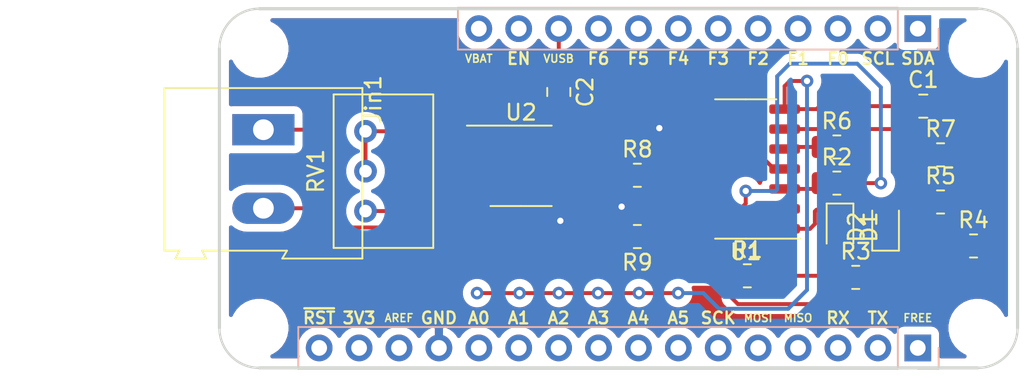
<source format=kicad_pcb>
(kicad_pcb (version 20171130) (host pcbnew "(5.1.9)-1")

  (general
    (thickness 1.6)
    (drawings 37)
    (tracks 190)
    (zones 0)
    (modules 23)
    (nets 43)
  )

  (page A4)
  (layers
    (0 F.Cu signal)
    (31 B.Cu signal)
    (32 B.Adhes user)
    (33 F.Adhes user)
    (34 B.Paste user)
    (35 F.Paste user)
    (36 B.SilkS user)
    (37 F.SilkS user)
    (38 B.Mask user)
    (39 F.Mask user)
    (40 Dwgs.User user)
    (41 Cmts.User user)
    (42 Eco1.User user)
    (43 Eco2.User user)
    (44 Edge.Cuts user)
    (45 Margin user)
    (46 B.CrtYd user)
    (47 F.CrtYd user)
    (48 B.Fab user)
    (49 F.Fab user)
  )

  (setup
    (last_trace_width 0.25)
    (trace_clearance 0.2)
    (zone_clearance 0.508)
    (zone_45_only no)
    (trace_min 0.2)
    (via_size 0.8)
    (via_drill 0.4)
    (via_min_size 0.4)
    (via_min_drill 0.3)
    (uvia_size 0.3)
    (uvia_drill 0.1)
    (uvias_allowed no)
    (uvia_min_size 0.2)
    (uvia_min_drill 0.1)
    (edge_width 0.15)
    (segment_width 0.2)
    (pcb_text_width 0.3)
    (pcb_text_size 1.5 1.5)
    (mod_edge_width 0.15)
    (mod_text_size 1 1)
    (mod_text_width 0.15)
    (pad_size 1.524 1.524)
    (pad_drill 0.762)
    (pad_to_mask_clearance 0.051)
    (solder_mask_min_width 0.25)
    (aux_axis_origin 0 0)
    (visible_elements 7FFFFFFF)
    (pcbplotparams
      (layerselection 0x010fc_ffffffff)
      (usegerberextensions false)
      (usegerberattributes false)
      (usegerberadvancedattributes false)
      (creategerberjobfile false)
      (excludeedgelayer true)
      (linewidth 0.100000)
      (plotframeref false)
      (viasonmask false)
      (mode 1)
      (useauxorigin false)
      (hpglpennumber 1)
      (hpglpenspeed 20)
      (hpglpendiameter 15.000000)
      (psnegative false)
      (psa4output false)
      (plotreference true)
      (plotvalue true)
      (plotinvisibletext false)
      (padsonsilk false)
      (subtractmaskfromsilk false)
      (outputformat 1)
      (mirror false)
      (drillshape 1)
      (scaleselection 1)
      (outputdirectory ""))
  )

  (net 0 "")
  (net 1 "Net-(C1-Pad2)")
  (net 2 /OUT)
  (net 3 GND)
  (net 4 "Net-(D1-Pad2)")
  (net 5 "Net-(D1-Pad1)")
  (net 6 "Net-(D2-Pad1)")
  (net 7 /in+)
  (net 8 /in-)
  (net 9 /out1)
  (net 10 "Net-(R2-Pad1)")
  (net 11 "Net-(R6-Pad1)")
  (net 12 "Net-(RV1-Pad1)")
  (net 13 "Net-(RV1-Pad3)")
  (net 14 "Net-(R8-Pad2)")
  (net 15 /Vref)
  (net 16 /TX)
  (net 17 /RX)
  (net 18 /MISO)
  (net 19 /MOSI)
  (net 20 /SCK)
  (net 21 /A5)
  (net 22 /A4)
  (net 23 /A3)
  (net 24 /A2)
  (net 25 /A1)
  (net 26 /A0)
  (net 27 /AREF)
  (net 28 +3V3)
  (net 29 /~RST)
  (net 30 /SDA)
  (net 31 /SCL)
  (net 32 /EN)
  (net 33 /VBUS)
  (net 34 "Net-(J1-Pad1)")
  (net 35 /9)
  (net 36 /10)
  (net 37 /11)
  (net 38 /12)
  (net 39 /13)
  (net 40 "Net-(J2-Pad12)")
  (net 41 "Net-(J2-Pad3)")
  (net 42 "Net-(J2-Pad4)")

  (net_class Default "This is the default net class."
    (clearance 0.2)
    (trace_width 0.25)
    (via_dia 0.8)
    (via_drill 0.4)
    (uvia_dia 0.3)
    (uvia_drill 0.1)
    (add_net +3V3)
    (add_net /10)
    (add_net /11)
    (add_net /12)
    (add_net /13)
    (add_net /9)
    (add_net /A0)
    (add_net /A1)
    (add_net /A2)
    (add_net /A3)
    (add_net /A4)
    (add_net /A5)
    (add_net /AREF)
    (add_net /EN)
    (add_net /MISO)
    (add_net /MOSI)
    (add_net /OUT)
    (add_net /RX)
    (add_net /SCK)
    (add_net /SCL)
    (add_net /SDA)
    (add_net /TX)
    (add_net /VBUS)
    (add_net /Vref)
    (add_net /in+)
    (add_net /in-)
    (add_net /out1)
    (add_net /~RST)
    (add_net GND)
    (add_net "Net-(C1-Pad2)")
    (add_net "Net-(D1-Pad1)")
    (add_net "Net-(D1-Pad2)")
    (add_net "Net-(D2-Pad1)")
    (add_net "Net-(J1-Pad1)")
    (add_net "Net-(J2-Pad12)")
    (add_net "Net-(J2-Pad3)")
    (add_net "Net-(J2-Pad4)")
    (add_net "Net-(R2-Pad1)")
    (add_net "Net-(R6-Pad1)")
    (add_net "Net-(R8-Pad2)")
    (add_net "Net-(RV1-Pad1)")
    (add_net "Net-(RV1-Pad3)")
  )

  (module MountingHole:MountingHole_2.7mm_M2.5 locked (layer F.Cu) (tedit 5D377204) (tstamp 5D4FBE97)
    (at 156.26 92.94)
    (descr "Mounting Hole 2.7mm, no annular, M2.5")
    (tags "mounting hole 2.7mm no annular m2.5")
    (attr virtual)
    (fp_text reference REF** (at 0 -3.7) (layer F.SilkS) hide
      (effects (font (size 1 1) (thickness 0.15)))
    )
    (fp_text value MountingHole_2.7mm_M2.5 (at 0 3.7) (layer F.Fab) hide
      (effects (font (size 1 1) (thickness 0.15)))
    )
    (fp_circle (center 0 0) (end 2.7 0) (layer Cmts.User) (width 0.15))
    (fp_circle (center 0 0) (end 2.95 0) (layer F.CrtYd) (width 0.05))
    (fp_text user %R (at 0.3 0) (layer F.Fab) hide
      (effects (font (size 1 1) (thickness 0.15)))
    )
    (pad 1 np_thru_hole circle (at 0 0) (size 2.7 2.7) (drill 2.7) (layers *.Cu *.Mask))
  )

  (module MountingHole:MountingHole_2.7mm_M2.5 locked (layer F.Cu) (tedit 5D377204) (tstamp 5D4FBE89)
    (at 156.26 110.72)
    (descr "Mounting Hole 2.7mm, no annular, M2.5")
    (tags "mounting hole 2.7mm no annular m2.5")
    (attr virtual)
    (fp_text reference REF** (at 0 -3.7) (layer F.SilkS) hide
      (effects (font (size 1 1) (thickness 0.15)))
    )
    (fp_text value MountingHole_2.7mm_M2.5 (at 0 3.7) (layer F.Fab) hide
      (effects (font (size 1 1) (thickness 0.15)))
    )
    (fp_circle (center 0 0) (end 2.95 0) (layer F.CrtYd) (width 0.05))
    (fp_circle (center 0 0) (end 2.7 0) (layer Cmts.User) (width 0.15))
    (fp_text user %R (at 0.3 0) (layer F.Fab) hide
      (effects (font (size 1 1) (thickness 0.15)))
    )
    (pad 1 np_thru_hole circle (at 0 0) (size 2.7 2.7) (drill 2.7) (layers *.Cu *.Mask))
  )

  (module MountingHole:MountingHole_2.7mm_M2.5 locked (layer F.Cu) (tedit 5D377204) (tstamp 5D4FBE7B)
    (at 110.54 110.72)
    (descr "Mounting Hole 2.7mm, no annular, M2.5")
    (tags "mounting hole 2.7mm no annular m2.5")
    (attr virtual)
    (fp_text reference REF** (at 0 -3.7) (layer F.SilkS) hide
      (effects (font (size 1 1) (thickness 0.15)))
    )
    (fp_text value MountingHole_2.7mm_M2.5 (at 0 3.7) (layer F.Fab) hide
      (effects (font (size 1 1) (thickness 0.15)))
    )
    (fp_circle (center 0 0) (end 2.7 0) (layer Cmts.User) (width 0.15))
    (fp_circle (center 0 0) (end 2.95 0) (layer F.CrtYd) (width 0.05))
    (fp_text user %R (at 0.3 0) (layer F.Fab) hide
      (effects (font (size 1 1) (thickness 0.15)))
    )
    (pad 1 np_thru_hole circle (at 0 0) (size 2.7 2.7) (drill 2.7) (layers *.Cu *.Mask))
  )

  (module MountingHole:MountingHole_2.7mm_M2.5 locked (layer F.Cu) (tedit 5D377204) (tstamp 5D4FBE61)
    (at 110.54 92.94)
    (descr "Mounting Hole 2.7mm, no annular, M2.5")
    (tags "mounting hole 2.7mm no annular m2.5")
    (attr virtual)
    (fp_text reference REF** (at 0 -3.7) (layer F.SilkS) hide
      (effects (font (size 1 1) (thickness 0.15)))
    )
    (fp_text value MountingHole_2.7mm_M2.5 (at 0 3.7) (layer F.Fab) hide
      (effects (font (size 1 1) (thickness 0.15)))
    )
    (fp_circle (center 0 0) (end 2.95 0) (layer F.CrtYd) (width 0.05))
    (fp_circle (center 0 0) (end 2.7 0) (layer Cmts.User) (width 0.15))
    (fp_text user %R (at 0.3 0) (layer F.Fab) hide
      (effects (font (size 1 1) (thickness 0.15)))
    )
    (pad 1 np_thru_hole circle (at 0 0) (size 2.7 2.7) (drill 2.7) (layers *.Cu *.Mask))
  )

  (module Connector_PinHeader_2.54mm:PinHeader_1x16_P2.54mm_Vertical (layer B.Cu) (tedit 5D3772F9) (tstamp 5D4FBF56)
    (at 152.45 111.99 90)
    (descr "Through hole straight pin header, 1x16, 2.54mm pitch, single row")
    (tags "Through hole pin header THT 1x16 2.54mm single row")
    (path /5D375C76)
    (fp_text reference J1 (at 0 2.33 90) (layer B.SilkS) hide
      (effects (font (size 1 1) (thickness 0.15)) (justify mirror))
    )
    (fp_text value "feather long" (at 0 -40.43 90) (layer B.Fab) hide
      (effects (font (size 1 1) (thickness 0.15)) (justify mirror))
    )
    (fp_line (start -0.635 1.27) (end 1.27 1.27) (layer B.Fab) (width 0.1))
    (fp_line (start 1.27 1.27) (end 1.27 -39.37) (layer B.Fab) (width 0.1))
    (fp_line (start 1.27 -39.37) (end -1.27 -39.37) (layer B.Fab) (width 0.1))
    (fp_line (start -1.27 -39.37) (end -1.27 0.635) (layer B.Fab) (width 0.1))
    (fp_line (start -1.27 0.635) (end -0.635 1.27) (layer B.Fab) (width 0.1))
    (fp_line (start -1.33 -39.43) (end 1.33 -39.43) (layer B.SilkS) (width 0.12))
    (fp_line (start -1.33 -1.27) (end -1.33 -39.43) (layer B.SilkS) (width 0.12))
    (fp_line (start 1.33 -1.27) (end 1.33 -39.43) (layer B.SilkS) (width 0.12))
    (fp_line (start -1.33 -1.27) (end 1.33 -1.27) (layer B.SilkS) (width 0.12))
    (fp_line (start -1.33 0) (end -1.33 1.33) (layer B.SilkS) (width 0.12))
    (fp_line (start -1.33 1.33) (end 0 1.33) (layer B.SilkS) (width 0.12))
    (fp_line (start -1.8 1.8) (end -1.8 -39.9) (layer B.CrtYd) (width 0.05))
    (fp_line (start -1.8 -39.9) (end 1.8 -39.9) (layer B.CrtYd) (width 0.05))
    (fp_line (start 1.8 -39.9) (end 1.8 1.8) (layer B.CrtYd) (width 0.05))
    (fp_line (start 1.8 1.8) (end -1.8 1.8) (layer B.CrtYd) (width 0.05))
    (fp_text user %R (at 0 -19.05) (layer B.Fab)
      (effects (font (size 1 1) (thickness 0.15)) (justify mirror))
    )
    (pad 1 thru_hole rect (at 0 0 90) (size 1.7 1.7) (drill 1) (layers *.Cu *.Mask)
      (net 34 "Net-(J1-Pad1)"))
    (pad 2 thru_hole oval (at 0 -2.54 90) (size 1.7 1.7) (drill 1) (layers *.Cu *.Mask)
      (net 16 /TX))
    (pad 3 thru_hole oval (at 0 -5.08 90) (size 1.7 1.7) (drill 1) (layers *.Cu *.Mask)
      (net 17 /RX))
    (pad 4 thru_hole oval (at 0 -7.62 90) (size 1.7 1.7) (drill 1) (layers *.Cu *.Mask)
      (net 18 /MISO))
    (pad 5 thru_hole oval (at 0 -10.16 90) (size 1.7 1.7) (drill 1) (layers *.Cu *.Mask)
      (net 19 /MOSI))
    (pad 6 thru_hole oval (at 0 -12.7 90) (size 1.7 1.7) (drill 1) (layers *.Cu *.Mask)
      (net 20 /SCK))
    (pad 7 thru_hole oval (at 0 -15.24 90) (size 1.7 1.7) (drill 1) (layers *.Cu *.Mask)
      (net 21 /A5))
    (pad 8 thru_hole oval (at 0 -17.78 90) (size 1.7 1.7) (drill 1) (layers *.Cu *.Mask)
      (net 22 /A4))
    (pad 9 thru_hole oval (at 0 -20.32 90) (size 1.7 1.7) (drill 1) (layers *.Cu *.Mask)
      (net 23 /A3))
    (pad 10 thru_hole oval (at 0 -22.86 90) (size 1.7 1.7) (drill 1) (layers *.Cu *.Mask)
      (net 24 /A2))
    (pad 11 thru_hole oval (at 0 -25.4 90) (size 1.7 1.7) (drill 1) (layers *.Cu *.Mask)
      (net 25 /A1))
    (pad 12 thru_hole oval (at 0 -27.94 90) (size 1.7 1.7) (drill 1) (layers *.Cu *.Mask)
      (net 26 /A0))
    (pad 13 thru_hole oval (at 0 -30.48 90) (size 1.7 1.7) (drill 1) (layers *.Cu *.Mask)
      (net 3 GND))
    (pad 14 thru_hole oval (at 0 -33.02 90) (size 1.7 1.7) (drill 1) (layers *.Cu *.Mask)
      (net 27 /AREF))
    (pad 15 thru_hole oval (at 0 -35.56 90) (size 1.7 1.7) (drill 1) (layers *.Cu *.Mask)
      (net 28 +3V3))
    (pad 16 thru_hole oval (at 0 -38.1 90) (size 1.7 1.7) (drill 1) (layers *.Cu *.Mask)
      (net 29 /~RST))
    (model ${KISYS3DMOD}/Connector_PinHeader_2.54mm.3dshapes/PinHeader_1x16_P2.54mm_Vertical.wrl
      (at (xyz 0 0 0))
      (scale (xyz 1 1 1))
      (rotate (xyz 0 0 0))
    )
  )

  (module Connector_PinHeader_2.54mm:PinHeader_1x12_P2.54mm_Vertical (layer B.Cu) (tedit 5D3772F5) (tstamp 5D4FBF76)
    (at 152.45 91.67 90)
    (descr "Through hole straight pin header, 1x12, 2.54mm pitch, single row")
    (tags "Through hole pin header THT 1x12 2.54mm single row")
    (path /5D375CC4)
    (fp_text reference J2 (at 0 2.33 90) (layer B.SilkS) hide
      (effects (font (size 1 1) (thickness 0.15)) (justify mirror))
    )
    (fp_text value "feather short" (at 0 -30.27 90) (layer B.Fab) hide
      (effects (font (size 1 1) (thickness 0.15)) (justify mirror))
    )
    (fp_line (start -0.635 1.27) (end 1.27 1.27) (layer B.Fab) (width 0.1))
    (fp_line (start 1.27 1.27) (end 1.27 -29.21) (layer B.Fab) (width 0.1))
    (fp_line (start 1.27 -29.21) (end -1.27 -29.21) (layer B.Fab) (width 0.1))
    (fp_line (start -1.27 -29.21) (end -1.27 0.635) (layer B.Fab) (width 0.1))
    (fp_line (start -1.27 0.635) (end -0.635 1.27) (layer B.Fab) (width 0.1))
    (fp_line (start -1.33 -29.27) (end 1.33 -29.27) (layer B.SilkS) (width 0.12))
    (fp_line (start -1.33 -1.27) (end -1.33 -29.27) (layer B.SilkS) (width 0.12))
    (fp_line (start 1.33 -1.27) (end 1.33 -29.27) (layer B.SilkS) (width 0.12))
    (fp_line (start -1.33 -1.27) (end 1.33 -1.27) (layer B.SilkS) (width 0.12))
    (fp_line (start -1.33 0) (end -1.33 1.33) (layer B.SilkS) (width 0.12))
    (fp_line (start -1.33 1.33) (end 0 1.33) (layer B.SilkS) (width 0.12))
    (fp_line (start -1.8 1.8) (end -1.8 -29.75) (layer B.CrtYd) (width 0.05))
    (fp_line (start -1.8 -29.75) (end 1.8 -29.75) (layer B.CrtYd) (width 0.05))
    (fp_line (start 1.8 -29.75) (end 1.8 1.8) (layer B.CrtYd) (width 0.05))
    (fp_line (start 1.8 1.8) (end -1.8 1.8) (layer B.CrtYd) (width 0.05))
    (fp_text user %R (at 0 -13.97) (layer B.Fab)
      (effects (font (size 1 1) (thickness 0.15)) (justify mirror))
    )
    (pad 1 thru_hole rect (at 0 0 90) (size 1.7 1.7) (drill 1) (layers *.Cu *.Mask)
      (net 30 /SDA))
    (pad 2 thru_hole oval (at 0 -2.54 90) (size 1.7 1.7) (drill 1) (layers *.Cu *.Mask)
      (net 31 /SCL))
    (pad 3 thru_hole oval (at 0 -5.08 90) (size 1.7 1.7) (drill 1) (layers *.Cu *.Mask)
      (net 41 "Net-(J2-Pad3)"))
    (pad 4 thru_hole oval (at 0 -7.62 90) (size 1.7 1.7) (drill 1) (layers *.Cu *.Mask)
      (net 42 "Net-(J2-Pad4)"))
    (pad 5 thru_hole oval (at 0 -10.16 90) (size 1.7 1.7) (drill 1) (layers *.Cu *.Mask)
      (net 35 /9))
    (pad 6 thru_hole oval (at 0 -12.7 90) (size 1.7 1.7) (drill 1) (layers *.Cu *.Mask)
      (net 36 /10))
    (pad 7 thru_hole oval (at 0 -15.24 90) (size 1.7 1.7) (drill 1) (layers *.Cu *.Mask)
      (net 37 /11))
    (pad 8 thru_hole oval (at 0 -17.78 90) (size 1.7 1.7) (drill 1) (layers *.Cu *.Mask)
      (net 38 /12))
    (pad 9 thru_hole oval (at 0 -20.32 90) (size 1.7 1.7) (drill 1) (layers *.Cu *.Mask)
      (net 39 /13))
    (pad 10 thru_hole oval (at 0 -22.86 90) (size 1.7 1.7) (drill 1) (layers *.Cu *.Mask)
      (net 33 /VBUS))
    (pad 11 thru_hole oval (at 0 -25.4 90) (size 1.7 1.7) (drill 1) (layers *.Cu *.Mask)
      (net 32 /EN))
    (pad 12 thru_hole oval (at 0 -27.94 90) (size 1.7 1.7) (drill 1) (layers *.Cu *.Mask)
      (net 40 "Net-(J2-Pad12)"))
    (model ${KISYS3DMOD}/Connector_PinHeader_2.54mm.3dshapes/PinHeader_1x12_P2.54mm_Vertical.wrl
      (at (xyz 0 0 0))
      (scale (xyz 1 1 1))
      (rotate (xyz 0 0 0))
    )
  )

  (module Capacitor_SMD:C_0805_2012Metric_Pad1.18x1.45mm_HandSolder (layer F.Cu) (tedit 5F68FEEF) (tstamp 603FE5EC)
    (at 152.8 96.6)
    (descr "Capacitor SMD 0805 (2012 Metric), square (rectangular) end terminal, IPC_7351 nominal with elongated pad for handsoldering. (Body size source: IPC-SM-782 page 76, https://www.pcb-3d.com/wordpress/wp-content/uploads/ipc-sm-782a_amendment_1_and_2.pdf, https://docs.google.com/spreadsheets/d/1BsfQQcO9C6DZCsRaXUlFlo91Tg2WpOkGARC1WS5S8t0/edit?usp=sharing), generated with kicad-footprint-generator")
    (tags "capacitor handsolder")
    (path /602F1EBF)
    (attr smd)
    (fp_text reference C1 (at 0 -1.68) (layer F.SilkS)
      (effects (font (size 1 1) (thickness 0.15)))
    )
    (fp_text value "10 μ " (at 0 1.68) (layer F.Fab)
      (effects (font (size 1 1) (thickness 0.15)))
    )
    (fp_text user %R (at 0 0) (layer F.Fab)
      (effects (font (size 0.5 0.5) (thickness 0.08)))
    )
    (fp_line (start -1 0.625) (end -1 -0.625) (layer F.Fab) (width 0.1))
    (fp_line (start -1 -0.625) (end 1 -0.625) (layer F.Fab) (width 0.1))
    (fp_line (start 1 -0.625) (end 1 0.625) (layer F.Fab) (width 0.1))
    (fp_line (start 1 0.625) (end -1 0.625) (layer F.Fab) (width 0.1))
    (fp_line (start -0.261252 -0.735) (end 0.261252 -0.735) (layer F.SilkS) (width 0.12))
    (fp_line (start -0.261252 0.735) (end 0.261252 0.735) (layer F.SilkS) (width 0.12))
    (fp_line (start -1.88 0.98) (end -1.88 -0.98) (layer F.CrtYd) (width 0.05))
    (fp_line (start -1.88 -0.98) (end 1.88 -0.98) (layer F.CrtYd) (width 0.05))
    (fp_line (start 1.88 -0.98) (end 1.88 0.98) (layer F.CrtYd) (width 0.05))
    (fp_line (start 1.88 0.98) (end -1.88 0.98) (layer F.CrtYd) (width 0.05))
    (pad 2 smd roundrect (at 1.0375 0) (size 1.175 1.45) (layers F.Cu F.Paste F.Mask) (roundrect_rratio 0.212766)
      (net 1 "Net-(C1-Pad2)"))
    (pad 1 smd roundrect (at -1.0375 0) (size 1.175 1.45) (layers F.Cu F.Paste F.Mask) (roundrect_rratio 0.212766)
      (net 2 /OUT))
    (model ${KISYS3DMOD}/Capacitor_SMD.3dshapes/C_0805_2012Metric.wrl
      (at (xyz 0 0 0))
      (scale (xyz 1 1 1))
      (rotate (xyz 0 0 0))
    )
  )

  (module Capacitor_SMD:C_0805_2012Metric_Pad1.18x1.45mm_HandSolder (layer F.Cu) (tedit 5F68FEEF) (tstamp 603FE5FD)
    (at 129.6 95.7 270)
    (descr "Capacitor SMD 0805 (2012 Metric), square (rectangular) end terminal, IPC_7351 nominal with elongated pad for handsoldering. (Body size source: IPC-SM-782 page 76, https://www.pcb-3d.com/wordpress/wp-content/uploads/ipc-sm-782a_amendment_1_and_2.pdf, https://docs.google.com/spreadsheets/d/1BsfQQcO9C6DZCsRaXUlFlo91Tg2WpOkGARC1WS5S8t0/edit?usp=sharing), generated with kicad-footprint-generator")
    (tags "capacitor handsolder")
    (path /601E5B1F)
    (attr smd)
    (fp_text reference C2 (at 0 -1.68 90) (layer F.SilkS)
      (effects (font (size 1 1) (thickness 0.15)))
    )
    (fp_text value "0.1μ " (at 0 1.68 90) (layer F.Fab)
      (effects (font (size 1 1) (thickness 0.15)))
    )
    (fp_text user %R (at 0 0 90) (layer F.Fab)
      (effects (font (size 0.5 0.5) (thickness 0.08)))
    )
    (fp_line (start -1 0.625) (end -1 -0.625) (layer F.Fab) (width 0.1))
    (fp_line (start -1 -0.625) (end 1 -0.625) (layer F.Fab) (width 0.1))
    (fp_line (start 1 -0.625) (end 1 0.625) (layer F.Fab) (width 0.1))
    (fp_line (start 1 0.625) (end -1 0.625) (layer F.Fab) (width 0.1))
    (fp_line (start -0.261252 -0.735) (end 0.261252 -0.735) (layer F.SilkS) (width 0.12))
    (fp_line (start -0.261252 0.735) (end 0.261252 0.735) (layer F.SilkS) (width 0.12))
    (fp_line (start -1.88 0.98) (end -1.88 -0.98) (layer F.CrtYd) (width 0.05))
    (fp_line (start -1.88 -0.98) (end 1.88 -0.98) (layer F.CrtYd) (width 0.05))
    (fp_line (start 1.88 -0.98) (end 1.88 0.98) (layer F.CrtYd) (width 0.05))
    (fp_line (start 1.88 0.98) (end -1.88 0.98) (layer F.CrtYd) (width 0.05))
    (pad 2 smd roundrect (at 1.0375 0 270) (size 1.175 1.45) (layers F.Cu F.Paste F.Mask) (roundrect_rratio 0.212766)
      (net 3 GND))
    (pad 1 smd roundrect (at -1.0375 0 270) (size 1.175 1.45) (layers F.Cu F.Paste F.Mask) (roundrect_rratio 0.212766)
      (net 33 /VBUS))
    (model ${KISYS3DMOD}/Capacitor_SMD.3dshapes/C_0805_2012Metric.wrl
      (at (xyz 0 0 0))
      (scale (xyz 1 1 1))
      (rotate (xyz 0 0 0))
    )
  )

  (module Diode_SMD:D_SOD-323F (layer F.Cu) (tedit 590A48EB) (tstamp 603FE615)
    (at 147.5 104.3 270)
    (descr "SOD-323F http://www.nxp.com/documents/outline_drawing/SOD323F.pdf")
    (tags SOD-323F)
    (path /602F1EFE)
    (attr smd)
    (fp_text reference D1 (at 0 -1.85 90) (layer F.SilkS)
      (effects (font (size 1 1) (thickness 0.15)))
    )
    (fp_text value DIODE (at 0.1 1.9 90) (layer F.Fab)
      (effects (font (size 1 1) (thickness 0.15)))
    )
    (fp_line (start -1.5 -0.85) (end 1.05 -0.85) (layer F.SilkS) (width 0.12))
    (fp_line (start -1.5 0.85) (end 1.05 0.85) (layer F.SilkS) (width 0.12))
    (fp_line (start -1.6 -0.95) (end -1.6 0.95) (layer F.CrtYd) (width 0.05))
    (fp_line (start -1.6 0.95) (end 1.6 0.95) (layer F.CrtYd) (width 0.05))
    (fp_line (start 1.6 -0.95) (end 1.6 0.95) (layer F.CrtYd) (width 0.05))
    (fp_line (start -1.6 -0.95) (end 1.6 -0.95) (layer F.CrtYd) (width 0.05))
    (fp_line (start -0.9 -0.7) (end 0.9 -0.7) (layer F.Fab) (width 0.1))
    (fp_line (start 0.9 -0.7) (end 0.9 0.7) (layer F.Fab) (width 0.1))
    (fp_line (start 0.9 0.7) (end -0.9 0.7) (layer F.Fab) (width 0.1))
    (fp_line (start -0.9 0.7) (end -0.9 -0.7) (layer F.Fab) (width 0.1))
    (fp_line (start -0.3 -0.35) (end -0.3 0.35) (layer F.Fab) (width 0.1))
    (fp_line (start -0.3 0) (end -0.5 0) (layer F.Fab) (width 0.1))
    (fp_line (start -0.3 0) (end 0.2 -0.35) (layer F.Fab) (width 0.1))
    (fp_line (start 0.2 -0.35) (end 0.2 0.35) (layer F.Fab) (width 0.1))
    (fp_line (start 0.2 0.35) (end -0.3 0) (layer F.Fab) (width 0.1))
    (fp_line (start 0.2 0) (end 0.45 0) (layer F.Fab) (width 0.1))
    (fp_line (start -1.5 -0.85) (end -1.5 0.85) (layer F.SilkS) (width 0.12))
    (fp_text user %R (at 0 -1.85 90) (layer F.Fab)
      (effects (font (size 1 1) (thickness 0.15)))
    )
    (pad 1 smd rect (at -1.1 0 270) (size 0.5 0.5) (layers F.Cu F.Paste F.Mask)
      (net 5 "Net-(D1-Pad1)"))
    (pad 2 smd rect (at 1.1 0 270) (size 0.5 0.5) (layers F.Cu F.Paste F.Mask)
      (net 4 "Net-(D1-Pad2)"))
    (model ${KISYS3DMOD}/Diode_SMD.3dshapes/D_SOD-323F.wrl
      (at (xyz 0 0 0))
      (scale (xyz 1 1 1))
      (rotate (xyz 0 0 0))
    )
  )

  (module Diode_SMD:D_SOD-323F (layer F.Cu) (tedit 590A48EB) (tstamp 603FE62D)
    (at 150.4 104.3 90)
    (descr "SOD-323F http://www.nxp.com/documents/outline_drawing/SOD323F.pdf")
    (tags SOD-323F)
    (path /602F1EF8)
    (attr smd)
    (fp_text reference D2 (at 0 -1.85 90) (layer F.SilkS)
      (effects (font (size 1 1) (thickness 0.15)))
    )
    (fp_text value DIODE (at 0.1 1.9 90) (layer F.Fab)
      (effects (font (size 1 1) (thickness 0.15)))
    )
    (fp_text user %R (at 0 -1.85 90) (layer F.Fab)
      (effects (font (size 1 1) (thickness 0.15)))
    )
    (fp_line (start -1.5 -0.85) (end -1.5 0.85) (layer F.SilkS) (width 0.12))
    (fp_line (start 0.2 0) (end 0.45 0) (layer F.Fab) (width 0.1))
    (fp_line (start 0.2 0.35) (end -0.3 0) (layer F.Fab) (width 0.1))
    (fp_line (start 0.2 -0.35) (end 0.2 0.35) (layer F.Fab) (width 0.1))
    (fp_line (start -0.3 0) (end 0.2 -0.35) (layer F.Fab) (width 0.1))
    (fp_line (start -0.3 0) (end -0.5 0) (layer F.Fab) (width 0.1))
    (fp_line (start -0.3 -0.35) (end -0.3 0.35) (layer F.Fab) (width 0.1))
    (fp_line (start -0.9 0.7) (end -0.9 -0.7) (layer F.Fab) (width 0.1))
    (fp_line (start 0.9 0.7) (end -0.9 0.7) (layer F.Fab) (width 0.1))
    (fp_line (start 0.9 -0.7) (end 0.9 0.7) (layer F.Fab) (width 0.1))
    (fp_line (start -0.9 -0.7) (end 0.9 -0.7) (layer F.Fab) (width 0.1))
    (fp_line (start -1.6 -0.95) (end 1.6 -0.95) (layer F.CrtYd) (width 0.05))
    (fp_line (start 1.6 -0.95) (end 1.6 0.95) (layer F.CrtYd) (width 0.05))
    (fp_line (start -1.6 0.95) (end 1.6 0.95) (layer F.CrtYd) (width 0.05))
    (fp_line (start -1.6 -0.95) (end -1.6 0.95) (layer F.CrtYd) (width 0.05))
    (fp_line (start -1.5 0.85) (end 1.05 0.85) (layer F.SilkS) (width 0.12))
    (fp_line (start -1.5 -0.85) (end 1.05 -0.85) (layer F.SilkS) (width 0.12))
    (pad 2 smd rect (at 1.1 0 90) (size 0.5 0.5) (layers F.Cu F.Paste F.Mask)
      (net 5 "Net-(D1-Pad1)"))
    (pad 1 smd rect (at -1.1 0 90) (size 0.5 0.5) (layers F.Cu F.Paste F.Mask)
      (net 6 "Net-(D2-Pad1)"))
    (model ${KISYS3DMOD}/Diode_SMD.3dshapes/D_SOD-323F.wrl
      (at (xyz 0 0 0))
      (scale (xyz 1 1 1))
      (rotate (xyz 0 0 0))
    )
  )

  (module TerminalBlock:TerminalBlock_Altech_AK300-2_P5.00mm (layer F.Cu) (tedit 59FF0306) (tstamp 603FE694)
    (at 110.8 98.1 270)
    (descr "Altech AK300 terminal block, pitch 5.0mm, 45 degree angled, see http://www.mouser.com/ds/2/16/PCBMETRC-24178.pdf")
    (tags "Altech AK300 terminal block pitch 5.0mm")
    (path /6035D717)
    (fp_text reference Jin1 (at -1.92 -6.99 90) (layer F.SilkS)
      (effects (font (size 1 1) (thickness 0.15)))
    )
    (fp_text value Screw_Terminal_01x02 (at 2.78 7.75 90) (layer F.Fab)
      (effects (font (size 1 1) (thickness 0.15)))
    )
    (fp_line (start 8.36 6.47) (end -2.83 6.47) (layer F.CrtYd) (width 0.05))
    (fp_line (start 8.36 6.47) (end 8.36 -6.47) (layer F.CrtYd) (width 0.05))
    (fp_line (start -2.83 -6.47) (end -2.83 6.47) (layer F.CrtYd) (width 0.05))
    (fp_line (start -2.83 -6.47) (end 8.36 -6.47) (layer F.CrtYd) (width 0.05))
    (fp_line (start 3.36 -0.25) (end 6.67 -0.25) (layer F.Fab) (width 0.1))
    (fp_line (start 2.98 -0.25) (end 3.36 -0.25) (layer F.Fab) (width 0.1))
    (fp_line (start 7.05 -0.25) (end 6.67 -0.25) (layer F.Fab) (width 0.1))
    (fp_line (start 6.67 -0.64) (end 3.36 -0.64) (layer F.Fab) (width 0.1))
    (fp_line (start 7.61 -0.64) (end 6.67 -0.64) (layer F.Fab) (width 0.1))
    (fp_line (start 1.66 -0.64) (end 3.36 -0.64) (layer F.Fab) (width 0.1))
    (fp_line (start -1.64 -0.64) (end 1.66 -0.64) (layer F.Fab) (width 0.1))
    (fp_line (start -2.58 -0.64) (end -1.64 -0.64) (layer F.Fab) (width 0.1))
    (fp_line (start 1.66 -0.25) (end -1.64 -0.25) (layer F.Fab) (width 0.1))
    (fp_line (start 2.04 -0.25) (end 1.66 -0.25) (layer F.Fab) (width 0.1))
    (fp_line (start -2.02 -0.25) (end -1.64 -0.25) (layer F.Fab) (width 0.1))
    (fp_line (start -1.49 -4.32) (end 1.56 -4.95) (layer F.Fab) (width 0.1))
    (fp_line (start -1.62 -4.45) (end 1.44 -5.08) (layer F.Fab) (width 0.1))
    (fp_line (start 3.52 -4.32) (end 6.56 -4.95) (layer F.Fab) (width 0.1))
    (fp_line (start 3.39 -4.45) (end 6.44 -5.08) (layer F.Fab) (width 0.1))
    (fp_line (start 2.04 -5.97) (end -2.02 -5.97) (layer F.Fab) (width 0.1))
    (fp_line (start -2.02 -3.43) (end -2.02 -5.97) (layer F.Fab) (width 0.1))
    (fp_line (start 2.04 -3.43) (end -2.02 -3.43) (layer F.Fab) (width 0.1))
    (fp_line (start 2.04 -3.43) (end 2.04 -5.97) (layer F.Fab) (width 0.1))
    (fp_line (start 7.05 -3.43) (end 2.98 -3.43) (layer F.Fab) (width 0.1))
    (fp_line (start 7.05 -5.97) (end 7.05 -3.43) (layer F.Fab) (width 0.1))
    (fp_line (start 2.98 -5.97) (end 7.05 -5.97) (layer F.Fab) (width 0.1))
    (fp_line (start 2.98 -3.43) (end 2.98 -5.97) (layer F.Fab) (width 0.1))
    (fp_line (start 7.61 -3.17) (end 7.61 -1.65) (layer F.Fab) (width 0.1))
    (fp_line (start -2.58 -3.17) (end -2.58 -6.22) (layer F.Fab) (width 0.1))
    (fp_line (start -2.58 -3.17) (end 7.61 -3.17) (layer F.Fab) (width 0.1))
    (fp_line (start 7.61 -0.64) (end 7.61 4.06) (layer F.Fab) (width 0.1))
    (fp_line (start 7.61 -1.65) (end 7.61 -0.64) (layer F.Fab) (width 0.1))
    (fp_line (start -2.58 -0.64) (end -2.58 -3.17) (layer F.Fab) (width 0.1))
    (fp_line (start -2.58 6.22) (end -2.58 -0.64) (layer F.Fab) (width 0.1))
    (fp_line (start 6.67 0.51) (end 6.28 0.51) (layer F.Fab) (width 0.1))
    (fp_line (start 3.36 0.51) (end 3.74 0.51) (layer F.Fab) (width 0.1))
    (fp_line (start 1.66 0.51) (end 1.28 0.51) (layer F.Fab) (width 0.1))
    (fp_line (start -1.64 0.51) (end -1.26 0.51) (layer F.Fab) (width 0.1))
    (fp_line (start -1.64 3.68) (end -1.64 0.51) (layer F.Fab) (width 0.1))
    (fp_line (start 1.66 3.68) (end -1.64 3.68) (layer F.Fab) (width 0.1))
    (fp_line (start 1.66 3.68) (end 1.66 0.51) (layer F.Fab) (width 0.1))
    (fp_line (start 3.36 3.68) (end 3.36 0.51) (layer F.Fab) (width 0.1))
    (fp_line (start 6.67 3.68) (end 3.36 3.68) (layer F.Fab) (width 0.1))
    (fp_line (start 6.67 3.68) (end 6.67 0.51) (layer F.Fab) (width 0.1))
    (fp_line (start -2.02 4.32) (end -2.02 6.22) (layer F.Fab) (width 0.1))
    (fp_line (start 2.04 4.32) (end 2.04 -0.25) (layer F.Fab) (width 0.1))
    (fp_line (start 2.04 4.32) (end -2.02 4.32) (layer F.Fab) (width 0.1))
    (fp_line (start 7.05 4.32) (end 7.05 6.22) (layer F.Fab) (width 0.1))
    (fp_line (start 2.98 4.32) (end 2.98 -0.25) (layer F.Fab) (width 0.1))
    (fp_line (start 2.98 4.32) (end 7.05 4.32) (layer F.Fab) (width 0.1))
    (fp_line (start -2.02 6.22) (end 2.04 6.22) (layer F.Fab) (width 0.1))
    (fp_line (start -2.58 6.22) (end -2.02 6.22) (layer F.Fab) (width 0.1))
    (fp_line (start -2.02 -0.25) (end -2.02 4.32) (layer F.Fab) (width 0.1))
    (fp_line (start 2.04 6.22) (end 2.98 6.22) (layer F.Fab) (width 0.1))
    (fp_line (start 2.04 6.22) (end 2.04 4.32) (layer F.Fab) (width 0.1))
    (fp_line (start 7.05 6.22) (end 7.61 6.22) (layer F.Fab) (width 0.1))
    (fp_line (start 2.98 6.22) (end 7.05 6.22) (layer F.Fab) (width 0.1))
    (fp_line (start 7.05 -0.25) (end 7.05 4.32) (layer F.Fab) (width 0.1))
    (fp_line (start 2.98 6.22) (end 2.98 4.32) (layer F.Fab) (width 0.1))
    (fp_line (start 8.11 3.81) (end 8.11 5.46) (layer F.Fab) (width 0.1))
    (fp_line (start 7.61 4.06) (end 7.61 5.21) (layer F.Fab) (width 0.1))
    (fp_line (start 8.11 3.81) (end 7.61 4.06) (layer F.Fab) (width 0.1))
    (fp_line (start 7.61 5.21) (end 7.61 6.22) (layer F.Fab) (width 0.1))
    (fp_line (start 8.11 5.46) (end 7.61 5.21) (layer F.Fab) (width 0.1))
    (fp_line (start 8.11 -1.4) (end 7.61 -1.65) (layer F.Fab) (width 0.1))
    (fp_line (start 8.11 -6.22) (end 8.11 -1.4) (layer F.Fab) (width 0.1))
    (fp_line (start 7.61 -6.22) (end 8.11 -6.22) (layer F.Fab) (width 0.1))
    (fp_line (start 7.61 -6.22) (end -2.58 -6.22) (layer F.Fab) (width 0.1))
    (fp_line (start 7.61 -6.22) (end 7.61 -3.17) (layer F.Fab) (width 0.1))
    (fp_line (start 3.74 2.54) (end 3.74 -0.25) (layer F.Fab) (width 0.1))
    (fp_line (start 3.74 -0.25) (end 6.28 -0.25) (layer F.Fab) (width 0.1))
    (fp_line (start 6.28 2.54) (end 6.28 -0.25) (layer F.Fab) (width 0.1))
    (fp_line (start 3.74 2.54) (end 6.28 2.54) (layer F.Fab) (width 0.1))
    (fp_line (start -1.26 2.54) (end -1.26 -0.25) (layer F.Fab) (width 0.1))
    (fp_line (start -1.26 -0.25) (end 1.28 -0.25) (layer F.Fab) (width 0.1))
    (fp_line (start 1.28 2.54) (end 1.28 -0.25) (layer F.Fab) (width 0.1))
    (fp_line (start -1.26 2.54) (end 1.28 2.54) (layer F.Fab) (width 0.1))
    (fp_line (start 8.2 -6.3) (end -2.65 -6.3) (layer F.SilkS) (width 0.12))
    (fp_line (start 8.2 -1.2) (end 8.2 -6.3) (layer F.SilkS) (width 0.12))
    (fp_line (start 7.7 -1.5) (end 8.2 -1.2) (layer F.SilkS) (width 0.12))
    (fp_line (start 7.7 3.9) (end 7.7 -1.5) (layer F.SilkS) (width 0.12))
    (fp_line (start 8.2 3.65) (end 7.7 3.9) (layer F.SilkS) (width 0.12))
    (fp_line (start 8.2 3.7) (end 8.2 3.65) (layer F.SilkS) (width 0.12))
    (fp_line (start 8.2 5.6) (end 8.2 3.7) (layer F.SilkS) (width 0.12))
    (fp_line (start 7.7 5.35) (end 8.2 5.6) (layer F.SilkS) (width 0.12))
    (fp_line (start 7.7 6.3) (end 7.7 5.35) (layer F.SilkS) (width 0.12))
    (fp_line (start -2.65 6.3) (end 7.7 6.3) (layer F.SilkS) (width 0.12))
    (fp_line (start -2.65 -6.3) (end -2.65 6.3) (layer F.SilkS) (width 0.12))
    (fp_text user %R (at 2.5 -2 90) (layer F.Fab)
      (effects (font (size 1 1) (thickness 0.15)))
    )
    (fp_arc (start 6.03 -4.59) (end 6.54 -5.05) (angle 90.5) (layer F.Fab) (width 0.1))
    (fp_arc (start 5.07 -6.07) (end 6.53 -4.12) (angle 75.5) (layer F.Fab) (width 0.1))
    (fp_arc (start 4.99 -3.71) (end 3.39 -5) (angle 100) (layer F.Fab) (width 0.1))
    (fp_arc (start 3.87 -4.65) (end 3.58 -4.13) (angle 104.2) (layer F.Fab) (width 0.1))
    (fp_arc (start 1.03 -4.59) (end 1.53 -5.05) (angle 90.5) (layer F.Fab) (width 0.1))
    (fp_arc (start 0.06 -6.07) (end 1.53 -4.12) (angle 75.5) (layer F.Fab) (width 0.1))
    (fp_arc (start -0.01 -3.71) (end -1.62 -5) (angle 100) (layer F.Fab) (width 0.1))
    (fp_arc (start -1.13 -4.65) (end -1.42 -4.13) (angle 104.2) (layer F.Fab) (width 0.1))
    (pad 1 thru_hole rect (at 0 0 270) (size 1.98 3.96) (drill 1.32) (layers *.Cu *.Mask)
      (net 8 /in-))
    (pad 2 thru_hole oval (at 5 0 270) (size 1.98 3.96) (drill 1.32) (layers *.Cu *.Mask)
      (net 7 /in+))
    (model ${KISYS3DMOD}/TerminalBlock.3dshapes/TerminalBlock_Altech_AK300-2_P5.00mm.wrl
      (at (xyz 0 0 0))
      (scale (xyz 1 1 1))
      (rotate (xyz 0 0 0))
    )
  )

  (module Resistor_SMD:R_0805_2012Metric_Pad1.20x1.40mm_HandSolder (layer F.Cu) (tedit 5F68FEEE) (tstamp 603FE6A5)
    (at 141.6 107.4)
    (descr "Resistor SMD 0805 (2012 Metric), square (rectangular) end terminal, IPC_7351 nominal with elongated pad for handsoldering. (Body size source: IPC-SM-782 page 72, https://www.pcb-3d.com/wordpress/wp-content/uploads/ipc-sm-782a_amendment_1_and_2.pdf), generated with kicad-footprint-generator")
    (tags "resistor handsolder")
    (path /602F1F0A)
    (attr smd)
    (fp_text reference R1 (at 0 -1.65) (layer F.SilkS)
      (effects (font (size 1 1) (thickness 0.15)))
    )
    (fp_text value 10K (at 0 1.65) (layer F.Fab)
      (effects (font (size 1 1) (thickness 0.15)))
    )
    (fp_line (start 1.85 0.95) (end -1.85 0.95) (layer F.CrtYd) (width 0.05))
    (fp_line (start 1.85 -0.95) (end 1.85 0.95) (layer F.CrtYd) (width 0.05))
    (fp_line (start -1.85 -0.95) (end 1.85 -0.95) (layer F.CrtYd) (width 0.05))
    (fp_line (start -1.85 0.95) (end -1.85 -0.95) (layer F.CrtYd) (width 0.05))
    (fp_line (start -0.227064 0.735) (end 0.227064 0.735) (layer F.SilkS) (width 0.12))
    (fp_line (start -0.227064 -0.735) (end 0.227064 -0.735) (layer F.SilkS) (width 0.12))
    (fp_line (start 1 0.625) (end -1 0.625) (layer F.Fab) (width 0.1))
    (fp_line (start 1 -0.625) (end 1 0.625) (layer F.Fab) (width 0.1))
    (fp_line (start -1 -0.625) (end 1 -0.625) (layer F.Fab) (width 0.1))
    (fp_line (start -1 0.625) (end -1 -0.625) (layer F.Fab) (width 0.1))
    (fp_text user %R (at 0 0) (layer F.Fab)
      (effects (font (size 0.5 0.5) (thickness 0.08)))
    )
    (pad 1 smd roundrect (at -1 0) (size 1.2 1.4) (layers F.Cu F.Paste F.Mask) (roundrect_rratio 0.208333)
      (net 9 /out1))
    (pad 2 smd roundrect (at 1 0) (size 1.2 1.4) (layers F.Cu F.Paste F.Mask) (roundrect_rratio 0.208333)
      (net 4 "Net-(D1-Pad2)"))
    (model ${KISYS3DMOD}/Resistor_SMD.3dshapes/R_0805_2012Metric.wrl
      (at (xyz 0 0 0))
      (scale (xyz 1 1 1))
      (rotate (xyz 0 0 0))
    )
  )

  (module Resistor_SMD:R_0805_2012Metric_Pad1.20x1.40mm_HandSolder (layer F.Cu) (tedit 5F68FEEE) (tstamp 603FE6B6)
    (at 147.3 101.5)
    (descr "Resistor SMD 0805 (2012 Metric), square (rectangular) end terminal, IPC_7351 nominal with elongated pad for handsoldering. (Body size source: IPC-SM-782 page 72, https://www.pcb-3d.com/wordpress/wp-content/uploads/ipc-sm-782a_amendment_1_and_2.pdf), generated with kicad-footprint-generator")
    (tags "resistor handsolder")
    (path /602E05A9)
    (attr smd)
    (fp_text reference R2 (at 0 -1.65) (layer F.SilkS)
      (effects (font (size 1 1) (thickness 0.15)))
    )
    (fp_text value 5K (at 0 1.65) (layer F.Fab)
      (effects (font (size 1 1) (thickness 0.15)))
    )
    (fp_text user %R (at 0 0) (layer F.Fab)
      (effects (font (size 0.5 0.5) (thickness 0.08)))
    )
    (fp_line (start -1 0.625) (end -1 -0.625) (layer F.Fab) (width 0.1))
    (fp_line (start -1 -0.625) (end 1 -0.625) (layer F.Fab) (width 0.1))
    (fp_line (start 1 -0.625) (end 1 0.625) (layer F.Fab) (width 0.1))
    (fp_line (start 1 0.625) (end -1 0.625) (layer F.Fab) (width 0.1))
    (fp_line (start -0.227064 -0.735) (end 0.227064 -0.735) (layer F.SilkS) (width 0.12))
    (fp_line (start -0.227064 0.735) (end 0.227064 0.735) (layer F.SilkS) (width 0.12))
    (fp_line (start -1.85 0.95) (end -1.85 -0.95) (layer F.CrtYd) (width 0.05))
    (fp_line (start -1.85 -0.95) (end 1.85 -0.95) (layer F.CrtYd) (width 0.05))
    (fp_line (start 1.85 -0.95) (end 1.85 0.95) (layer F.CrtYd) (width 0.05))
    (fp_line (start 1.85 0.95) (end -1.85 0.95) (layer F.CrtYd) (width 0.05))
    (pad 2 smd roundrect (at 1 0) (size 1.2 1.4) (layers F.Cu F.Paste F.Mask) (roundrect_rratio 0.208333)
      (net 15 /Vref))
    (pad 1 smd roundrect (at -1 0) (size 1.2 1.4) (layers F.Cu F.Paste F.Mask) (roundrect_rratio 0.208333)
      (net 10 "Net-(R2-Pad1)"))
    (model ${KISYS3DMOD}/Resistor_SMD.3dshapes/R_0805_2012Metric.wrl
      (at (xyz 0 0 0))
      (scale (xyz 1 1 1))
      (rotate (xyz 0 0 0))
    )
  )

  (module Resistor_SMD:R_0805_2012Metric_Pad1.20x1.40mm_HandSolder (layer F.Cu) (tedit 5F68FEEE) (tstamp 603FE6C7)
    (at 148.5 107.5)
    (descr "Resistor SMD 0805 (2012 Metric), square (rectangular) end terminal, IPC_7351 nominal with elongated pad for handsoldering. (Body size source: IPC-SM-782 page 72, https://www.pcb-3d.com/wordpress/wp-content/uploads/ipc-sm-782a_amendment_1_and_2.pdf), generated with kicad-footprint-generator")
    (tags "resistor handsolder")
    (path /602F1EE8)
    (attr smd)
    (fp_text reference R3 (at 0 -1.65) (layer F.SilkS)
      (effects (font (size 1 1) (thickness 0.15)))
    )
    (fp_text value 10K (at 0 1.65) (layer F.Fab)
      (effects (font (size 1 1) (thickness 0.15)))
    )
    (fp_text user %R (at 0 0) (layer F.Fab)
      (effects (font (size 0.5 0.5) (thickness 0.08)))
    )
    (fp_line (start -1 0.625) (end -1 -0.625) (layer F.Fab) (width 0.1))
    (fp_line (start -1 -0.625) (end 1 -0.625) (layer F.Fab) (width 0.1))
    (fp_line (start 1 -0.625) (end 1 0.625) (layer F.Fab) (width 0.1))
    (fp_line (start 1 0.625) (end -1 0.625) (layer F.Fab) (width 0.1))
    (fp_line (start -0.227064 -0.735) (end 0.227064 -0.735) (layer F.SilkS) (width 0.12))
    (fp_line (start -0.227064 0.735) (end 0.227064 0.735) (layer F.SilkS) (width 0.12))
    (fp_line (start -1.85 0.95) (end -1.85 -0.95) (layer F.CrtYd) (width 0.05))
    (fp_line (start -1.85 -0.95) (end 1.85 -0.95) (layer F.CrtYd) (width 0.05))
    (fp_line (start 1.85 -0.95) (end 1.85 0.95) (layer F.CrtYd) (width 0.05))
    (fp_line (start 1.85 0.95) (end -1.85 0.95) (layer F.CrtYd) (width 0.05))
    (pad 2 smd roundrect (at 1 0) (size 1.2 1.4) (layers F.Cu F.Paste F.Mask) (roundrect_rratio 0.208333)
      (net 6 "Net-(D2-Pad1)"))
    (pad 1 smd roundrect (at -1 0) (size 1.2 1.4) (layers F.Cu F.Paste F.Mask) (roundrect_rratio 0.208333)
      (net 4 "Net-(D1-Pad2)"))
    (model ${KISYS3DMOD}/Resistor_SMD.3dshapes/R_0805_2012Metric.wrl
      (at (xyz 0 0 0))
      (scale (xyz 1 1 1))
      (rotate (xyz 0 0 0))
    )
  )

  (module Resistor_SMD:R_0805_2012Metric_Pad1.20x1.40mm_HandSolder (layer F.Cu) (tedit 5F68FEEE) (tstamp 603FE6D8)
    (at 156 105.5)
    (descr "Resistor SMD 0805 (2012 Metric), square (rectangular) end terminal, IPC_7351 nominal with elongated pad for handsoldering. (Body size source: IPC-SM-782 page 72, https://www.pcb-3d.com/wordpress/wp-content/uploads/ipc-sm-782a_amendment_1_and_2.pdf), generated with kicad-footprint-generator")
    (tags "resistor handsolder")
    (path /602F1EC9)
    (attr smd)
    (fp_text reference R4 (at 0 -1.65) (layer F.SilkS)
      (effects (font (size 1 1) (thickness 0.15)))
    )
    (fp_text value 10K (at 0 1.65) (layer F.Fab)
      (effects (font (size 1 1) (thickness 0.15)))
    )
    (fp_text user %R (at 0 0) (layer F.Fab)
      (effects (font (size 0.5 0.5) (thickness 0.08)))
    )
    (fp_line (start -1 0.625) (end -1 -0.625) (layer F.Fab) (width 0.1))
    (fp_line (start -1 -0.625) (end 1 -0.625) (layer F.Fab) (width 0.1))
    (fp_line (start 1 -0.625) (end 1 0.625) (layer F.Fab) (width 0.1))
    (fp_line (start 1 0.625) (end -1 0.625) (layer F.Fab) (width 0.1))
    (fp_line (start -0.227064 -0.735) (end 0.227064 -0.735) (layer F.SilkS) (width 0.12))
    (fp_line (start -0.227064 0.735) (end 0.227064 0.735) (layer F.SilkS) (width 0.12))
    (fp_line (start -1.85 0.95) (end -1.85 -0.95) (layer F.CrtYd) (width 0.05))
    (fp_line (start -1.85 -0.95) (end 1.85 -0.95) (layer F.CrtYd) (width 0.05))
    (fp_line (start 1.85 -0.95) (end 1.85 0.95) (layer F.CrtYd) (width 0.05))
    (fp_line (start 1.85 0.95) (end -1.85 0.95) (layer F.CrtYd) (width 0.05))
    (pad 2 smd roundrect (at 1 0) (size 1.2 1.4) (layers F.Cu F.Paste F.Mask) (roundrect_rratio 0.208333)
      (net 1 "Net-(C1-Pad2)"))
    (pad 1 smd roundrect (at -1 0) (size 1.2 1.4) (layers F.Cu F.Paste F.Mask) (roundrect_rratio 0.208333)
      (net 9 /out1))
    (model ${KISYS3DMOD}/Resistor_SMD.3dshapes/R_0805_2012Metric.wrl
      (at (xyz 0 0 0))
      (scale (xyz 1 1 1))
      (rotate (xyz 0 0 0))
    )
  )

  (module Resistor_SMD:R_0805_2012Metric_Pad1.20x1.40mm_HandSolder (layer F.Cu) (tedit 5F68FEEE) (tstamp 603FE6E9)
    (at 153.9 102.7)
    (descr "Resistor SMD 0805 (2012 Metric), square (rectangular) end terminal, IPC_7351 nominal with elongated pad for handsoldering. (Body size source: IPC-SM-782 page 72, https://www.pcb-3d.com/wordpress/wp-content/uploads/ipc-sm-782a_amendment_1_and_2.pdf), generated with kicad-footprint-generator")
    (tags "resistor handsolder")
    (path /602F1ED1)
    (attr smd)
    (fp_text reference R5 (at 0 -1.65) (layer F.SilkS)
      (effects (font (size 1 1) (thickness 0.15)))
    )
    (fp_text value 5K (at 0 1.65) (layer F.Fab)
      (effects (font (size 1 1) (thickness 0.15)))
    )
    (fp_line (start 1.85 0.95) (end -1.85 0.95) (layer F.CrtYd) (width 0.05))
    (fp_line (start 1.85 -0.95) (end 1.85 0.95) (layer F.CrtYd) (width 0.05))
    (fp_line (start -1.85 -0.95) (end 1.85 -0.95) (layer F.CrtYd) (width 0.05))
    (fp_line (start -1.85 0.95) (end -1.85 -0.95) (layer F.CrtYd) (width 0.05))
    (fp_line (start -0.227064 0.735) (end 0.227064 0.735) (layer F.SilkS) (width 0.12))
    (fp_line (start -0.227064 -0.735) (end 0.227064 -0.735) (layer F.SilkS) (width 0.12))
    (fp_line (start 1 0.625) (end -1 0.625) (layer F.Fab) (width 0.1))
    (fp_line (start 1 -0.625) (end 1 0.625) (layer F.Fab) (width 0.1))
    (fp_line (start -1 -0.625) (end 1 -0.625) (layer F.Fab) (width 0.1))
    (fp_line (start -1 0.625) (end -1 -0.625) (layer F.Fab) (width 0.1))
    (fp_text user %R (at 0 0) (layer F.Fab)
      (effects (font (size 0.5 0.5) (thickness 0.08)))
    )
    (pad 1 smd roundrect (at -1 0) (size 1.2 1.4) (layers F.Cu F.Paste F.Mask) (roundrect_rratio 0.208333)
      (net 6 "Net-(D2-Pad1)"))
    (pad 2 smd roundrect (at 1 0) (size 1.2 1.4) (layers F.Cu F.Paste F.Mask) (roundrect_rratio 0.208333)
      (net 1 "Net-(C1-Pad2)"))
    (model ${KISYS3DMOD}/Resistor_SMD.3dshapes/R_0805_2012Metric.wrl
      (at (xyz 0 0 0))
      (scale (xyz 1 1 1))
      (rotate (xyz 0 0 0))
    )
  )

  (module Resistor_SMD:R_0805_2012Metric_Pad1.20x1.40mm_HandSolder (layer F.Cu) (tedit 5F68FEEE) (tstamp 603FE6FA)
    (at 147.3 99.2)
    (descr "Resistor SMD 0805 (2012 Metric), square (rectangular) end terminal, IPC_7351 nominal with elongated pad for handsoldering. (Body size source: IPC-SM-782 page 72, https://www.pcb-3d.com/wordpress/wp-content/uploads/ipc-sm-782a_amendment_1_and_2.pdf), generated with kicad-footprint-generator")
    (tags "resistor handsolder")
    (path /602E8C25)
    (attr smd)
    (fp_text reference R6 (at 0 -1.65) (layer F.SilkS)
      (effects (font (size 1 1) (thickness 0.15)))
    )
    (fp_text value 3.3K (at 0 1.65) (layer F.Fab)
      (effects (font (size 1 1) (thickness 0.15)))
    )
    (fp_line (start 1.85 0.95) (end -1.85 0.95) (layer F.CrtYd) (width 0.05))
    (fp_line (start 1.85 -0.95) (end 1.85 0.95) (layer F.CrtYd) (width 0.05))
    (fp_line (start -1.85 -0.95) (end 1.85 -0.95) (layer F.CrtYd) (width 0.05))
    (fp_line (start -1.85 0.95) (end -1.85 -0.95) (layer F.CrtYd) (width 0.05))
    (fp_line (start -0.227064 0.735) (end 0.227064 0.735) (layer F.SilkS) (width 0.12))
    (fp_line (start -0.227064 -0.735) (end 0.227064 -0.735) (layer F.SilkS) (width 0.12))
    (fp_line (start 1 0.625) (end -1 0.625) (layer F.Fab) (width 0.1))
    (fp_line (start 1 -0.625) (end 1 0.625) (layer F.Fab) (width 0.1))
    (fp_line (start -1 -0.625) (end 1 -0.625) (layer F.Fab) (width 0.1))
    (fp_line (start -1 0.625) (end -1 -0.625) (layer F.Fab) (width 0.1))
    (fp_text user %R (at 0 0) (layer F.Fab)
      (effects (font (size 0.5 0.5) (thickness 0.08)))
    )
    (pad 1 smd roundrect (at -1 0) (size 1.2 1.4) (layers F.Cu F.Paste F.Mask) (roundrect_rratio 0.208333)
      (net 11 "Net-(R6-Pad1)"))
    (pad 2 smd roundrect (at 1 0) (size 1.2 1.4) (layers F.Cu F.Paste F.Mask) (roundrect_rratio 0.208333)
      (net 15 /Vref))
    (model ${KISYS3DMOD}/Resistor_SMD.3dshapes/R_0805_2012Metric.wrl
      (at (xyz 0 0 0))
      (scale (xyz 1 1 1))
      (rotate (xyz 0 0 0))
    )
  )

  (module Resistor_SMD:R_0805_2012Metric_Pad1.20x1.40mm_HandSolder (layer F.Cu) (tedit 5F68FEEE) (tstamp 603FE70B)
    (at 153.9 99.7)
    (descr "Resistor SMD 0805 (2012 Metric), square (rectangular) end terminal, IPC_7351 nominal with elongated pad for handsoldering. (Body size source: IPC-SM-782 page 72, https://www.pcb-3d.com/wordpress/wp-content/uploads/ipc-sm-782a_amendment_1_and_2.pdf), generated with kicad-footprint-generator")
    (tags "resistor handsolder")
    (path /602F1EB7)
    (attr smd)
    (fp_text reference R7 (at 0 -1.65) (layer F.SilkS)
      (effects (font (size 1 1) (thickness 0.15)))
    )
    (fp_text value 10K (at 0 1.65) (layer F.Fab)
      (effects (font (size 1 1) (thickness 0.15)))
    )
    (fp_text user %R (at 0 0) (layer F.Fab)
      (effects (font (size 0.5 0.5) (thickness 0.08)))
    )
    (fp_line (start -1 0.625) (end -1 -0.625) (layer F.Fab) (width 0.1))
    (fp_line (start -1 -0.625) (end 1 -0.625) (layer F.Fab) (width 0.1))
    (fp_line (start 1 -0.625) (end 1 0.625) (layer F.Fab) (width 0.1))
    (fp_line (start 1 0.625) (end -1 0.625) (layer F.Fab) (width 0.1))
    (fp_line (start -0.227064 -0.735) (end 0.227064 -0.735) (layer F.SilkS) (width 0.12))
    (fp_line (start -0.227064 0.735) (end 0.227064 0.735) (layer F.SilkS) (width 0.12))
    (fp_line (start -1.85 0.95) (end -1.85 -0.95) (layer F.CrtYd) (width 0.05))
    (fp_line (start -1.85 -0.95) (end 1.85 -0.95) (layer F.CrtYd) (width 0.05))
    (fp_line (start 1.85 -0.95) (end 1.85 0.95) (layer F.CrtYd) (width 0.05))
    (fp_line (start 1.85 0.95) (end -1.85 0.95) (layer F.CrtYd) (width 0.05))
    (pad 2 smd roundrect (at 1 0) (size 1.2 1.4) (layers F.Cu F.Paste F.Mask) (roundrect_rratio 0.208333)
      (net 1 "Net-(C1-Pad2)"))
    (pad 1 smd roundrect (at -1 0) (size 1.2 1.4) (layers F.Cu F.Paste F.Mask) (roundrect_rratio 0.208333)
      (net 2 /OUT))
    (model ${KISYS3DMOD}/Resistor_SMD.3dshapes/R_0805_2012Metric.wrl
      (at (xyz 0 0 0))
      (scale (xyz 1 1 1))
      (rotate (xyz 0 0 0))
    )
  )

  (module Resistor_SMD:R_0805_2012Metric_Pad1.20x1.40mm_HandSolder (layer F.Cu) (tedit 5F68FEEE) (tstamp 603FE71C)
    (at 134.6 101)
    (descr "Resistor SMD 0805 (2012 Metric), square (rectangular) end terminal, IPC_7351 nominal with elongated pad for handsoldering. (Body size source: IPC-SM-782 page 72, https://www.pcb-3d.com/wordpress/wp-content/uploads/ipc-sm-782a_amendment_1_and_2.pdf), generated with kicad-footprint-generator")
    (tags "resistor handsolder")
    (path /60371C97)
    (attr smd)
    (fp_text reference R8 (at 0 -1.65) (layer F.SilkS)
      (effects (font (size 1 1) (thickness 0.15)))
    )
    (fp_text value 10K (at 0 1.6) (layer F.Fab)
      (effects (font (size 1 1) (thickness 0.15)))
    )
    (fp_line (start 1.85 0.95) (end -1.85 0.95) (layer F.CrtYd) (width 0.05))
    (fp_line (start 1.85 -0.95) (end 1.85 0.95) (layer F.CrtYd) (width 0.05))
    (fp_line (start -1.85 -0.95) (end 1.85 -0.95) (layer F.CrtYd) (width 0.05))
    (fp_line (start -1.85 0.95) (end -1.85 -0.95) (layer F.CrtYd) (width 0.05))
    (fp_line (start -0.227064 0.735) (end 0.227064 0.735) (layer F.SilkS) (width 0.12))
    (fp_line (start -0.227064 -0.735) (end 0.227064 -0.735) (layer F.SilkS) (width 0.12))
    (fp_line (start 1 0.625) (end -1 0.625) (layer F.Fab) (width 0.1))
    (fp_line (start 1 -0.625) (end 1 0.625) (layer F.Fab) (width 0.1))
    (fp_line (start -1 -0.625) (end 1 -0.625) (layer F.Fab) (width 0.1))
    (fp_line (start -1 0.625) (end -1 -0.625) (layer F.Fab) (width 0.1))
    (fp_text user %R (at 0 0) (layer F.Fab)
      (effects (font (size 0.5 0.5) (thickness 0.08)))
    )
    (pad 1 smd roundrect (at -1 0) (size 1.2 1.4) (layers F.Cu F.Paste F.Mask) (roundrect_rratio 0.208333)
      (net 33 /VBUS))
    (pad 2 smd roundrect (at 1 0) (size 1.2 1.4) (layers F.Cu F.Paste F.Mask) (roundrect_rratio 0.208333)
      (net 14 "Net-(R8-Pad2)"))
    (model ${KISYS3DMOD}/Resistor_SMD.3dshapes/R_0805_2012Metric.wrl
      (at (xyz 0 0 0))
      (scale (xyz 1 1 1))
      (rotate (xyz 0 0 0))
    )
  )

  (module Resistor_SMD:R_0805_2012Metric_Pad1.20x1.40mm_HandSolder (layer F.Cu) (tedit 5F68FEEE) (tstamp 603FE72D)
    (at 134.6 104.9 180)
    (descr "Resistor SMD 0805 (2012 Metric), square (rectangular) end terminal, IPC_7351 nominal with elongated pad for handsoldering. (Body size source: IPC-SM-782 page 72, https://www.pcb-3d.com/wordpress/wp-content/uploads/ipc-sm-782a_amendment_1_and_2.pdf), generated with kicad-footprint-generator")
    (tags "resistor handsolder")
    (path /60372648)
    (attr smd)
    (fp_text reference R9 (at 0 -1.65) (layer F.SilkS)
      (effects (font (size 1 1) (thickness 0.15)))
    )
    (fp_text value 10K (at 0 1.65) (layer F.Fab)
      (effects (font (size 1 1) (thickness 0.15)))
    )
    (fp_line (start 1.85 0.95) (end -1.85 0.95) (layer F.CrtYd) (width 0.05))
    (fp_line (start 1.85 -0.95) (end 1.85 0.95) (layer F.CrtYd) (width 0.05))
    (fp_line (start -1.85 -0.95) (end 1.85 -0.95) (layer F.CrtYd) (width 0.05))
    (fp_line (start -1.85 0.95) (end -1.85 -0.95) (layer F.CrtYd) (width 0.05))
    (fp_line (start -0.227064 0.735) (end 0.227064 0.735) (layer F.SilkS) (width 0.12))
    (fp_line (start -0.227064 -0.735) (end 0.227064 -0.735) (layer F.SilkS) (width 0.12))
    (fp_line (start 1 0.625) (end -1 0.625) (layer F.Fab) (width 0.1))
    (fp_line (start 1 -0.625) (end 1 0.625) (layer F.Fab) (width 0.1))
    (fp_line (start -1 -0.625) (end 1 -0.625) (layer F.Fab) (width 0.1))
    (fp_line (start -1 0.625) (end -1 -0.625) (layer F.Fab) (width 0.1))
    (fp_text user %R (at 0 0) (layer F.Fab)
      (effects (font (size 0.5 0.5) (thickness 0.08)))
    )
    (pad 1 smd roundrect (at -1 0 180) (size 1.2 1.4) (layers F.Cu F.Paste F.Mask) (roundrect_rratio 0.208333)
      (net 14 "Net-(R8-Pad2)"))
    (pad 2 smd roundrect (at 1 0 180) (size 1.2 1.4) (layers F.Cu F.Paste F.Mask) (roundrect_rratio 0.208333)
      (net 3 GND))
    (model ${KISYS3DMOD}/Resistor_SMD.3dshapes/R_0805_2012Metric.wrl
      (at (xyz 0 0 0))
      (scale (xyz 1 1 1))
      (rotate (xyz 0 0 0))
    )
  )

  (module Potentiometer_THT:Potentiometer_Bourns_3299W_Vertical (layer F.Cu) (tedit 5A3D4994) (tstamp 603FE744)
    (at 117.3 98.2 90)
    (descr "Potentiometer, vertical, Bourns 3299W, https://www.bourns.com/pdfs/3299.pdf")
    (tags "Potentiometer vertical Bourns 3299W")
    (path /602A5CBE)
    (fp_text reference RV1 (at -2.54 -3.16 90) (layer F.SilkS)
      (effects (font (size 1 1) (thickness 0.15)))
    )
    (fp_text value 10K (at -2.54 5.44 90) (layer F.Fab)
      (effects (font (size 1 1) (thickness 0.15)))
    )
    (fp_line (start 2.5 -2.2) (end -7.6 -2.2) (layer F.CrtYd) (width 0.05))
    (fp_line (start 2.5 4.45) (end 2.5 -2.2) (layer F.CrtYd) (width 0.05))
    (fp_line (start -7.6 4.45) (end 2.5 4.45) (layer F.CrtYd) (width 0.05))
    (fp_line (start -7.6 -2.2) (end -7.6 4.45) (layer F.CrtYd) (width 0.05))
    (fp_line (start 2.345 -2.03) (end 2.345 4.31) (layer F.SilkS) (width 0.12))
    (fp_line (start -7.425 -2.03) (end -7.425 4.31) (layer F.SilkS) (width 0.12))
    (fp_line (start -7.425 4.31) (end 2.345 4.31) (layer F.SilkS) (width 0.12))
    (fp_line (start -7.425 -2.03) (end 2.345 -2.03) (layer F.SilkS) (width 0.12))
    (fp_line (start 0.955 4.005) (end 0.956 1.836) (layer F.Fab) (width 0.1))
    (fp_line (start 0.955 4.005) (end 0.956 1.836) (layer F.Fab) (width 0.1))
    (fp_line (start 2.225 -1.91) (end -7.305 -1.91) (layer F.Fab) (width 0.1))
    (fp_line (start 2.225 4.19) (end 2.225 -1.91) (layer F.Fab) (width 0.1))
    (fp_line (start -7.305 4.19) (end 2.225 4.19) (layer F.Fab) (width 0.1))
    (fp_line (start -7.305 -1.91) (end -7.305 4.19) (layer F.Fab) (width 0.1))
    (fp_circle (center 0.955 2.92) (end 2.05 2.92) (layer F.Fab) (width 0.1))
    (fp_text user %R (at -3.175 1.14 90) (layer F.Fab)
      (effects (font (size 1 1) (thickness 0.15)))
    )
    (pad 1 thru_hole circle (at 0 0 90) (size 1.44 1.44) (drill 0.8) (layers *.Cu *.Mask)
      (net 12 "Net-(RV1-Pad1)"))
    (pad 2 thru_hole circle (at -2.54 0 90) (size 1.44 1.44) (drill 0.8) (layers *.Cu *.Mask)
      (net 12 "Net-(RV1-Pad1)"))
    (pad 3 thru_hole circle (at -5.08 0 90) (size 1.44 1.44) (drill 0.8) (layers *.Cu *.Mask)
      (net 13 "Net-(RV1-Pad3)"))
    (model ${KISYS3DMOD}/Potentiometer_THT.3dshapes/Potentiometer_Bourns_3299W_Vertical.wrl
      (at (xyz 0 0 0))
      (scale (xyz 1 1 1))
      (rotate (xyz 0 0 0))
    )
  )

  (module Package_SO:SO-14_3.9x8.65mm_P1.27mm (layer F.Cu) (tedit 5F427CE7) (tstamp 603FE764)
    (at 141.5 100.6 180)
    (descr "SO, 14 Pin (https://www.st.com/resource/en/datasheet/l6491.pdf), generated with kicad-footprint-generator ipc_gullwing_generator.py")
    (tags "SO SO")
    (path /601E5B25)
    (attr smd)
    (fp_text reference U1 (at 0 -5.28) (layer F.SilkS)
      (effects (font (size 1 1) (thickness 0.15)))
    )
    (fp_text value TL084 (at 0 5.28) (layer F.Fab)
      (effects (font (size 1 1) (thickness 0.15)))
    )
    (fp_line (start 3.7 -4.58) (end -3.7 -4.58) (layer F.CrtYd) (width 0.05))
    (fp_line (start 3.7 4.58) (end 3.7 -4.58) (layer F.CrtYd) (width 0.05))
    (fp_line (start -3.7 4.58) (end 3.7 4.58) (layer F.CrtYd) (width 0.05))
    (fp_line (start -3.7 -4.58) (end -3.7 4.58) (layer F.CrtYd) (width 0.05))
    (fp_line (start -1.95 -3.35) (end -0.975 -4.325) (layer F.Fab) (width 0.1))
    (fp_line (start -1.95 4.325) (end -1.95 -3.35) (layer F.Fab) (width 0.1))
    (fp_line (start 1.95 4.325) (end -1.95 4.325) (layer F.Fab) (width 0.1))
    (fp_line (start 1.95 -4.325) (end 1.95 4.325) (layer F.Fab) (width 0.1))
    (fp_line (start -0.975 -4.325) (end 1.95 -4.325) (layer F.Fab) (width 0.1))
    (fp_line (start 0 -4.435) (end -3.45 -4.435) (layer F.SilkS) (width 0.12))
    (fp_line (start 0 -4.435) (end 1.95 -4.435) (layer F.SilkS) (width 0.12))
    (fp_line (start 0 4.435) (end -1.95 4.435) (layer F.SilkS) (width 0.12))
    (fp_line (start 0 4.435) (end 1.95 4.435) (layer F.SilkS) (width 0.12))
    (fp_text user %R (at 0 0) (layer F.Fab)
      (effects (font (size 0.98 0.98) (thickness 0.15)))
    )
    (pad 1 smd roundrect (at -2.475 -3.81 180) (size 1.95 0.6) (layers F.Cu F.Paste F.Mask) (roundrect_rratio 0.25)
      (net 5 "Net-(D1-Pad1)"))
    (pad 2 smd roundrect (at -2.475 -2.54 180) (size 1.95 0.6) (layers F.Cu F.Paste F.Mask) (roundrect_rratio 0.25)
      (net 4 "Net-(D1-Pad2)"))
    (pad 3 smd roundrect (at -2.475 -1.27 180) (size 1.95 0.6) (layers F.Cu F.Paste F.Mask) (roundrect_rratio 0.25)
      (net 10 "Net-(R2-Pad1)"))
    (pad 4 smd roundrect (at -2.475 0 180) (size 1.95 0.6) (layers F.Cu F.Paste F.Mask) (roundrect_rratio 0.25)
      (net 33 /VBUS))
    (pad 5 smd roundrect (at -2.475 1.27 180) (size 1.95 0.6) (layers F.Cu F.Paste F.Mask) (roundrect_rratio 0.25)
      (net 11 "Net-(R6-Pad1)"))
    (pad 6 smd roundrect (at -2.475 2.54 180) (size 1.95 0.6) (layers F.Cu F.Paste F.Mask) (roundrect_rratio 0.25)
      (net 1 "Net-(C1-Pad2)"))
    (pad 7 smd roundrect (at -2.475 3.81 180) (size 1.95 0.6) (layers F.Cu F.Paste F.Mask) (roundrect_rratio 0.25)
      (net 2 /OUT))
    (pad 8 smd roundrect (at 2.475 3.81 180) (size 1.95 0.6) (layers F.Cu F.Paste F.Mask) (roundrect_rratio 0.25))
    (pad 9 smd roundrect (at 2.475 2.54 180) (size 1.95 0.6) (layers F.Cu F.Paste F.Mask) (roundrect_rratio 0.25))
    (pad 10 smd roundrect (at 2.475 1.27 180) (size 1.95 0.6) (layers F.Cu F.Paste F.Mask) (roundrect_rratio 0.25))
    (pad 11 smd roundrect (at 2.475 0 180) (size 1.95 0.6) (layers F.Cu F.Paste F.Mask) (roundrect_rratio 0.25)
      (net 3 GND))
    (pad 12 smd roundrect (at 2.475 -1.27 180) (size 1.95 0.6) (layers F.Cu F.Paste F.Mask) (roundrect_rratio 0.25)
      (net 14 "Net-(R8-Pad2)"))
    (pad 13 smd roundrect (at 2.475 -2.54 180) (size 1.95 0.6) (layers F.Cu F.Paste F.Mask) (roundrect_rratio 0.25)
      (net 15 /Vref))
    (pad 14 smd roundrect (at 2.475 -3.81 180) (size 1.95 0.6) (layers F.Cu F.Paste F.Mask) (roundrect_rratio 0.25)
      (net 15 /Vref))
    (model ${KISYS3DMOD}/Package_SO.3dshapes/SO-14_3.9x8.65mm_P1.27mm.wrl
      (at (xyz 0 0 0))
      (scale (xyz 1 1 1))
      (rotate (xyz 0 0 0))
    )
  )

  (module Package_SO:SOIC-8_3.9x4.9mm_P1.27mm (layer F.Cu) (tedit 5D9F72B1) (tstamp 603FE77E)
    (at 127.2 100.4)
    (descr "SOIC, 8 Pin (JEDEC MS-012AA, https://www.analog.com/media/en/package-pcb-resources/package/pkg_pdf/soic_narrow-r/r_8.pdf), generated with kicad-footprint-generator ipc_gullwing_generator.py")
    (tags "SOIC SO")
    (path /602A5CCD)
    (attr smd)
    (fp_text reference U2 (at 0 -3.4) (layer F.SilkS)
      (effects (font (size 1 1) (thickness 0.15)))
    )
    (fp_text value AD8226 (at 0 3.4) (layer F.Fab)
      (effects (font (size 1 1) (thickness 0.15)))
    )
    (fp_line (start 3.7 -2.7) (end -3.7 -2.7) (layer F.CrtYd) (width 0.05))
    (fp_line (start 3.7 2.7) (end 3.7 -2.7) (layer F.CrtYd) (width 0.05))
    (fp_line (start -3.7 2.7) (end 3.7 2.7) (layer F.CrtYd) (width 0.05))
    (fp_line (start -3.7 -2.7) (end -3.7 2.7) (layer F.CrtYd) (width 0.05))
    (fp_line (start -1.95 -1.475) (end -0.975 -2.45) (layer F.Fab) (width 0.1))
    (fp_line (start -1.95 2.45) (end -1.95 -1.475) (layer F.Fab) (width 0.1))
    (fp_line (start 1.95 2.45) (end -1.95 2.45) (layer F.Fab) (width 0.1))
    (fp_line (start 1.95 -2.45) (end 1.95 2.45) (layer F.Fab) (width 0.1))
    (fp_line (start -0.975 -2.45) (end 1.95 -2.45) (layer F.Fab) (width 0.1))
    (fp_line (start 0 -2.56) (end -3.45 -2.56) (layer F.SilkS) (width 0.12))
    (fp_line (start 0 -2.56) (end 1.95 -2.56) (layer F.SilkS) (width 0.12))
    (fp_line (start 0 2.56) (end -1.95 2.56) (layer F.SilkS) (width 0.12))
    (fp_line (start 0 2.56) (end 1.95 2.56) (layer F.SilkS) (width 0.12))
    (fp_text user %R (at 0 0) (layer F.Fab)
      (effects (font (size 0.98 0.98) (thickness 0.15)))
    )
    (pad 1 smd roundrect (at -2.475 -1.905) (size 1.95 0.6) (layers F.Cu F.Paste F.Mask) (roundrect_rratio 0.25)
      (net 8 /in-))
    (pad 2 smd roundrect (at -2.475 -0.635) (size 1.95 0.6) (layers F.Cu F.Paste F.Mask) (roundrect_rratio 0.25)
      (net 12 "Net-(RV1-Pad1)"))
    (pad 3 smd roundrect (at -2.475 0.635) (size 1.95 0.6) (layers F.Cu F.Paste F.Mask) (roundrect_rratio 0.25)
      (net 13 "Net-(RV1-Pad3)"))
    (pad 4 smd roundrect (at -2.475 1.905) (size 1.95 0.6) (layers F.Cu F.Paste F.Mask) (roundrect_rratio 0.25)
      (net 7 /in+))
    (pad 5 smd roundrect (at 2.475 1.905) (size 1.95 0.6) (layers F.Cu F.Paste F.Mask) (roundrect_rratio 0.25)
      (net 3 GND))
    (pad 6 smd roundrect (at 2.475 0.635) (size 1.95 0.6) (layers F.Cu F.Paste F.Mask) (roundrect_rratio 0.25)
      (net 15 /Vref))
    (pad 7 smd roundrect (at 2.475 -0.635) (size 1.95 0.6) (layers F.Cu F.Paste F.Mask) (roundrect_rratio 0.25)
      (net 9 /out1))
    (pad 8 smd roundrect (at 2.475 -1.905) (size 1.95 0.6) (layers F.Cu F.Paste F.Mask) (roundrect_rratio 0.25)
      (net 33 /VBUS))
    (model ${KISYS3DMOD}/Package_SO.3dshapes/SOIC-8_3.9x4.9mm_P1.27mm.wrl
      (at (xyz 0 0 0))
      (scale (xyz 1 1 1))
      (rotate (xyz 0 0 0))
    )
  )

  (dimension 3.4 (width 0.15) (layer Dwgs.User)
    (gr_text 2.54 (at 97.7 110.2 90) (layer Dwgs.User)
      (effects (font (size 1 1) (thickness 0.15)))
    )
    (feature1 (pts (xy 124.4 108.5) (xy 98.413579 108.5)))
    (feature2 (pts (xy 124.4 111.9) (xy 98.413579 111.9)))
    (crossbar (pts (xy 99 111.9) (xy 99 108.5)))
    (arrow1a (pts (xy 99 108.5) (xy 99.586421 109.626504)))
    (arrow1b (pts (xy 99 108.5) (xy 98.413579 109.626504)))
    (arrow2a (pts (xy 99 111.9) (xy 99.586421 110.773496)))
    (arrow2b (pts (xy 99 111.9) (xy 98.413579 110.773496)))
  )
  (gr_text VUSB (at 129.59 93.575) (layer F.SilkS) (tstamp 5D4FC291)
    (effects (font (size 0.5 0.5) (thickness 0.1)))
  )
  (gr_text VBAT (at 124.51 93.575) (layer F.SilkS) (tstamp 5D4FC28C)
    (effects (font (size 0.5 0.5) (thickness 0.1)))
  )
  (gr_text EN (at 127.05 93.575) (layer F.SilkS) (tstamp 5D4FC287)
    (effects (font (size 0.75 0.75) (thickness 0.15)))
  )
  (gr_text F6 (at 132.13 93.575) (layer F.SilkS) (tstamp 5D4FC282)
    (effects (font (size 0.75 0.75) (thickness 0.15)))
  )
  (gr_text F5 (at 134.67 93.575) (layer F.SilkS) (tstamp 5D4FC27D)
    (effects (font (size 0.75 0.75) (thickness 0.15)))
  )
  (gr_text F4 (at 137.21 93.575) (layer F.SilkS) (tstamp 5D4FC277)
    (effects (font (size 0.75 0.75) (thickness 0.15)))
  )
  (gr_text F3 (at 139.75 93.575) (layer F.SilkS) (tstamp 5D4FC272)
    (effects (font (size 0.75 0.75) (thickness 0.15)))
  )
  (gr_text F2 (at 142.29 93.575) (layer F.SilkS) (tstamp 5D4FC26D)
    (effects (font (size 0.75 0.75) (thickness 0.15)))
  )
  (gr_text F1 (at 144.83 93.575) (layer F.SilkS) (tstamp 5D4FC268)
    (effects (font (size 0.75 0.75) (thickness 0.15)))
  )
  (gr_text F0 (at 147.37 93.575) (layer F.SilkS) (tstamp 5D4FC263)
    (effects (font (size 0.75 0.75) (thickness 0.15)))
  )
  (gr_text SCL (at 149.91 93.575) (layer F.SilkS) (tstamp 5D4FC25E)
    (effects (font (size 0.75 0.75) (thickness 0.15)))
  )
  (gr_text SDA (at 152.45 93.575) (layer F.SilkS) (tstamp 5D4FC259)
    (effects (font (size 0.75 0.75) (thickness 0.15)))
  )
  (gr_text FREE (at 152.45 110.085) (layer F.SilkS) (tstamp 5D4FC245)
    (effects (font (size 0.5 0.5) (thickness 0.1)))
  )
  (gr_text TX (at 149.91 110.085) (layer F.SilkS) (tstamp 5D4FC240)
    (effects (font (size 0.75 0.75) (thickness 0.15)))
  )
  (gr_text RX (at 147.37 110.085) (layer F.SilkS) (tstamp 5D4FC23B)
    (effects (font (size 0.75 0.75) (thickness 0.15)))
  )
  (gr_text MISO (at 144.83 110.085) (layer F.SilkS) (tstamp 5D4FC236)
    (effects (font (size 0.5 0.5) (thickness 0.1)))
  )
  (gr_text MOSI (at 142.29 110.085) (layer F.SilkS) (tstamp 5D4FC231)
    (effects (font (size 0.5 0.5) (thickness 0.1)))
  )
  (gr_text SCK (at 139.75 110.085) (layer F.SilkS) (tstamp 5D4FC22C)
    (effects (font (size 0.75 0.75) (thickness 0.15)))
  )
  (gr_text A5 (at 137.21 110.085) (layer F.SilkS) (tstamp 5D4FC21D)
    (effects (font (size 0.75 0.75) (thickness 0.15)))
  )
  (gr_text A4 (at 134.67 110.085) (layer F.SilkS) (tstamp 5D4FC21B)
    (effects (font (size 0.75 0.75) (thickness 0.15)))
  )
  (gr_text A3 (at 132.13 110.085) (layer F.SilkS) (tstamp 5D4FC219)
    (effects (font (size 0.75 0.75) (thickness 0.15)))
  )
  (gr_text A2 (at 129.59 110.085) (layer F.SilkS) (tstamp 5D4FC217)
    (effects (font (size 0.75 0.75) (thickness 0.15)))
  )
  (gr_text A1 (at 127.05 110.085) (layer F.SilkS) (tstamp 5D4FC212)
    (effects (font (size 0.75 0.75) (thickness 0.15)))
  )
  (gr_text A0 (at 124.51 110.085) (layer F.SilkS) (tstamp 5D4FC20D)
    (effects (font (size 0.75 0.75) (thickness 0.15)))
  )
  (gr_text GND (at 121.97 110.085) (layer F.SilkS) (tstamp 5D4FC208)
    (effects (font (size 0.75 0.75) (thickness 0.15)))
  )
  (gr_text AREF (at 119.43 110.085) (layer F.SilkS) (tstamp 5D4FC203)
    (effects (font (size 0.5 0.5) (thickness 0.1)))
  )
  (gr_text 3V3 (at 116.89 110.085) (layer F.SilkS) (tstamp 5D4FC1FE)
    (effects (font (size 0.75 0.75) (thickness 0.15)))
  )
  (gr_text ~RST (at 114.35 110.085) (layer F.SilkS)
    (effects (font (size 0.75 0.75) (thickness 0.15)))
  )
  (gr_arc (start 156.26 92.94) (end 158.8 92.94) (angle -90) (layer Edge.Cuts) (width 0.15))
  (gr_arc (start 156.26 110.72) (end 156.26 113.26) (angle -90) (layer Edge.Cuts) (width 0.15))
  (gr_arc (start 110.54 110.72) (end 108 110.72) (angle -90) (layer Edge.Cuts) (width 0.15))
  (gr_arc (start 110.54 92.94) (end 110.54 90.4) (angle -90) (layer Edge.Cuts) (width 0.15))
  (gr_line (start 108 110.72) (end 108 92.94) (layer Edge.Cuts) (width 0.2))
  (gr_line (start 156.26 113.26) (end 110.54 113.26) (layer Edge.Cuts) (width 0.2))
  (gr_line (start 158.8 92.94) (end 158.8 110.72) (layer Edge.Cuts) (width 0.2))
  (gr_line (start 110.54 90.4) (end 156.26 90.4) (layer Edge.Cuts) (width 0.2))

  (via (at 124.4 108.5) (size 0.8) (drill 0.4) (layers F.Cu B.Cu) (net 2))
  (via (at 127.1 108.5) (size 0.8) (drill 0.4) (layers F.Cu B.Cu) (net 2))
  (via (at 129.6 108.5) (size 0.8) (drill 0.4) (layers F.Cu B.Cu) (net 2))
  (via (at 132.1 108.5) (size 0.8) (drill 0.4) (layers F.Cu B.Cu) (net 2))
  (via (at 134.7 108.5) (size 0.8) (drill 0.4) (layers F.Cu B.Cu) (net 2))
  (via (at 137.2 108.5) (size 0.8) (drill 0.4) (layers F.Cu B.Cu) (net 2))
  (segment (start 157 105.5) (end 157 103.2) (width 0.25) (layer F.Cu) (net 1))
  (segment (start 156.5 102.7) (end 154.9 102.7) (width 0.25) (layer F.Cu) (net 1))
  (segment (start 157 103.2) (end 156.5 102.7) (width 0.25) (layer F.Cu) (net 1))
  (segment (start 154.9 102.7) (end 154.9 99.7) (width 0.25) (layer F.Cu) (net 1))
  (segment (start 154.9 96.8) (end 154.7 96.6) (width 0.25) (layer F.Cu) (net 1))
  (segment (start 154.7 96.6) (end 153.8375 96.6) (width 0.25) (layer F.Cu) (net 1))
  (segment (start 154.9 99.7) (end 154.9 96.8) (width 0.25) (layer F.Cu) (net 1))
  (segment (start 153.9 101.1) (end 151.6 101.1) (width 0.25) (layer F.Cu) (net 1))
  (segment (start 154.9 102.1) (end 153.9 101.1) (width 0.25) (layer F.Cu) (net 1))
  (segment (start 154.9 102.7) (end 154.9 102.1) (width 0.25) (layer F.Cu) (net 1))
  (segment (start 151.4 100.9) (end 151.4 98.3) (width 0.25) (layer F.Cu) (net 1))
  (segment (start 151.6 101.1) (end 151.4 100.9) (width 0.25) (layer F.Cu) (net 1))
  (segment (start 151.4 98.3) (end 151.16 98.06) (width 0.25) (layer F.Cu) (net 1))
  (segment (start 151.16 98.06) (end 149.34 98.06) (width 0.25) (layer F.Cu) (net 1))
  (segment (start 149.34 98.06) (end 143.975 98.06) (width 0.25) (layer F.Cu) (net 1))
  (via (at 129.7 103.9) (size 0.8) (drill 0.4) (layers F.Cu B.Cu) (net 3))
  (segment (start 129.675 103.875) (end 129.7 103.9) (width 0.25) (layer F.Cu) (net 3))
  (segment (start 129.675 102.305) (end 129.675 103.875) (width 0.25) (layer F.Cu) (net 3))
  (segment (start 129.7 103.9) (end 122.7 103.9) (width 0.25) (layer B.Cu) (net 3))
  (segment (start 122.7 103.9) (end 122.7 104) (width 0.25) (layer B.Cu) (net 3))
  (segment (start 121.97 104.73) (end 121.97 111.99) (width 0.25) (layer B.Cu) (net 3))
  (segment (start 122.7 104) (end 121.97 104.73) (width 0.25) (layer B.Cu) (net 3))
  (segment (start 139.025 100.6) (end 138.9 100.6) (width 0.25) (layer F.Cu) (net 3))
  (segment (start 138.9 100.6) (end 137.2 100.6) (width 0.25) (layer F.Cu) (net 3))
  (segment (start 137.2 100.6) (end 137.2 99.5) (width 0.25) (layer F.Cu) (net 3))
  (segment (start 137.2 99.5) (end 137.2 98.7) (width 0.25) (layer F.Cu) (net 3))
  (via (at 136 98) (size 0.8) (drill 0.4) (layers F.Cu B.Cu) (net 3))
  (segment (start 136.5 98) (end 136 98) (width 0.25) (layer F.Cu) (net 3))
  (segment (start 137.2 98.7) (end 136.5 98) (width 0.25) (layer F.Cu) (net 3))
  (segment (start 136 98) (end 130.3 98) (width 0.25) (layer B.Cu) (net 3))
  (segment (start 129.7 98.6) (end 129.7 103.9) (width 0.25) (layer B.Cu) (net 3))
  (segment (start 130.3 98) (end 129.7 98.6) (width 0.25) (layer B.Cu) (net 3))
  (segment (start 147.4 107.4) (end 147.5 107.5) (width 0.25) (layer F.Cu) (net 4))
  (segment (start 142.6 107.4) (end 147.4 107.4) (width 0.25) (layer F.Cu) (net 4))
  (segment (start 147.5 107.5) (end 147.5 105.4) (width 0.25) (layer F.Cu) (net 4))
  (segment (start 142.6 103.54) (end 142.6 107.4) (width 0.25) (layer F.Cu) (net 4))
  (segment (start 143 103.14) (end 142.6 103.54) (width 0.25) (layer F.Cu) (net 4))
  (segment (start 143.975 103.14) (end 143 103.14) (width 0.25) (layer F.Cu) (net 4))
  (segment (start 145.9 104.1) (end 145.59 104.41) (width 0.25) (layer F.Cu) (net 5))
  (segment (start 145.9 103.3) (end 145.9 104.1) (width 0.25) (layer F.Cu) (net 5))
  (segment (start 145.59 104.41) (end 143.975 104.41) (width 0.25) (layer F.Cu) (net 5))
  (segment (start 146 103.2) (end 145.9 103.3) (width 0.25) (layer F.Cu) (net 5))
  (segment (start 147.5 103.2) (end 146 103.2) (width 0.25) (layer F.Cu) (net 5))
  (segment (start 150.4 103.2) (end 147.5 103.2) (width 0.25) (layer F.Cu) (net 5))
  (segment (start 149.5 107.5) (end 150.2 107.5) (width 0.25) (layer F.Cu) (net 6))
  (segment (start 150.2 107.5) (end 150.4 107.3) (width 0.25) (layer F.Cu) (net 6))
  (segment (start 150.7 106.6) (end 150.4 106.3) (width 0.25) (layer F.Cu) (net 6))
  (segment (start 150.4 106.3) (end 150.4 105.4) (width 0.25) (layer F.Cu) (net 6))
  (segment (start 150.4 106.6) (end 150.4 106.3) (width 0.25) (layer F.Cu) (net 6))
  (segment (start 150.7 106.6) (end 150.4 106.6) (width 0.25) (layer F.Cu) (net 6))
  (segment (start 150.7 106.6) (end 150.4 106.9) (width 0.25) (layer F.Cu) (net 6))
  (segment (start 150.4 106.9) (end 150.4 106.6) (width 0.25) (layer F.Cu) (net 6))
  (segment (start 150.4 107.3) (end 150.4 106.9) (width 0.25) (layer F.Cu) (net 6))
  (segment (start 152.9 106.1) (end 152.9 103.9) (width 0.25) (layer F.Cu) (net 6))
  (segment (start 152.4 106.6) (end 152.9 106.1) (width 0.25) (layer F.Cu) (net 6))
  (segment (start 150.7 106.6) (end 152.4 106.6) (width 0.25) (layer F.Cu) (net 6))
  (segment (start 152.9 103.9) (end 152.9 102.7) (width 0.25) (layer F.Cu) (net 6))
  (segment (start 110.8 103.1) (end 113.9 103.1) (width 0.25) (layer F.Cu) (net 7))
  (segment (start 115.125001 104.325001) (end 121.425001 104.325001) (width 0.25) (layer F.Cu) (net 7))
  (segment (start 113.9 103.1) (end 115.125001 104.325001) (width 0.25) (layer F.Cu) (net 7))
  (segment (start 121.425001 104.325001) (end 122.2 103.550002) (width 0.25) (layer F.Cu) (net 7))
  (segment (start 122.2 103.550002) (end 122.2 102.5) (width 0.25) (layer F.Cu) (net 7))
  (segment (start 122.395 102.305) (end 124.725 102.305) (width 0.25) (layer F.Cu) (net 7))
  (segment (start 122.2 102.5) (end 122.395 102.305) (width 0.25) (layer F.Cu) (net 7))
  (segment (start 110.8 98.1) (end 114.7 98.1) (width 0.25) (layer F.Cu) (net 8))
  (segment (start 114.7 98.1) (end 116.3 96.5) (width 0.25) (layer F.Cu) (net 8))
  (segment (start 116.3 96.5) (end 119.5 96.5) (width 0.25) (layer F.Cu) (net 8))
  (segment (start 121.495 98.495) (end 124.725 98.495) (width 0.25) (layer F.Cu) (net 8))
  (segment (start 119.5 96.5) (end 121.495 98.495) (width 0.25) (layer F.Cu) (net 8))
  (segment (start 129.675 99.765) (end 127.735 99.765) (width 0.25) (layer F.Cu) (net 9))
  (segment (start 127.735 99.765) (end 127.6 99.9) (width 0.25) (layer F.Cu) (net 9))
  (segment (start 127.6 99.9) (end 127.6 105.8) (width 0.25) (layer F.Cu) (net 9))
  (segment (start 127.6 105.8) (end 129.2 107.4) (width 0.25) (layer F.Cu) (net 9))
  (segment (start 138.9 107.4) (end 140.6 107.4) (width 0.25) (layer F.Cu) (net 9))
  (segment (start 129.2 107.4) (end 138.9 107.4) (width 0.25) (layer F.Cu) (net 9))
  (segment (start 138.9 107.4) (end 139.2 107.4) (width 0.25) (layer F.Cu) (net 9))
  (segment (start 155 105.5) (end 155 106.8) (width 0.25) (layer F.Cu) (net 9))
  (segment (start 155 106.8) (end 154.2 107.6) (width 0.25) (layer F.Cu) (net 9))
  (segment (start 154.2 107.6) (end 151.5 107.6) (width 0.25) (layer F.Cu) (net 9))
  (segment (start 140.6 107.4) (end 140.6 108.8) (width 0.25) (layer F.Cu) (net 9))
  (segment (start 140.6 108.8) (end 141 109.2) (width 0.25) (layer F.Cu) (net 9))
  (segment (start 141 109.2) (end 151.2 109.2) (width 0.25) (layer F.Cu) (net 9))
  (segment (start 151.4 109) (end 151.4 107.7) (width 0.25) (layer F.Cu) (net 9))
  (segment (start 151.2 109.2) (end 151.4 109) (width 0.25) (layer F.Cu) (net 9))
  (segment (start 151.5 107.6) (end 151.4 107.7) (width 0.25) (layer F.Cu) (net 9))
  (segment (start 145.93 101.87) (end 146.3 101.5) (width 0.25) (layer F.Cu) (net 10))
  (segment (start 143.975 101.87) (end 145.93 101.87) (width 0.25) (layer F.Cu) (net 10))
  (segment (start 146.07 99.33) (end 146.2 99.2) (width 0.25) (layer F.Cu) (net 11))
  (segment (start 144.105 99.2) (end 143.975 99.33) (width 0.25) (layer F.Cu) (net 11))
  (segment (start 146.3 99.2) (end 144.105 99.2) (width 0.25) (layer F.Cu) (net 11))
  (segment (start 117.3 98.2) (end 119.2 98.2) (width 0.25) (layer F.Cu) (net 12))
  (segment (start 120.765 99.765) (end 124.725 99.765) (width 0.25) (layer F.Cu) (net 12))
  (segment (start 119.2 98.2) (end 120.765 99.765) (width 0.25) (layer F.Cu) (net 12))
  (segment (start 117.3 98.2) (end 117.3 100.74) (width 0.25) (layer F.Cu) (net 12))
  (segment (start 117.3 103.28) (end 118.92 103.28) (width 0.25) (layer F.Cu) (net 13))
  (segment (start 118.92 103.28) (end 119.8 102.4) (width 0.25) (layer F.Cu) (net 13))
  (segment (start 119.8 102.4) (end 119.8 101.2) (width 0.25) (layer F.Cu) (net 13))
  (segment (start 119.965 101.035) (end 124.725 101.035) (width 0.25) (layer F.Cu) (net 13))
  (segment (start 119.8 101.2) (end 119.965 101.035) (width 0.25) (layer F.Cu) (net 13))
  (segment (start 136.8 102.8) (end 137.1 102.5) (width 0.25) (layer F.Cu) (net 14))
  (segment (start 137.1 102.5) (end 137.1 102.1) (width 0.25) (layer F.Cu) (net 14))
  (segment (start 137.33 101.87) (end 139.025 101.87) (width 0.25) (layer F.Cu) (net 14))
  (segment (start 137.1 102.1) (end 137.33 101.87) (width 0.25) (layer F.Cu) (net 14))
  (segment (start 135.7 102.5) (end 136 102.8) (width 0.25) (layer F.Cu) (net 14))
  (segment (start 135.6 102.5) (end 135.7 102.5) (width 0.25) (layer F.Cu) (net 14))
  (segment (start 136 102.8) (end 136.8 102.8) (width 0.25) (layer F.Cu) (net 14))
  (segment (start 135.6 102.8) (end 136 102.8) (width 0.25) (layer F.Cu) (net 14))
  (segment (start 135.6 102.8) (end 135.6 102.5) (width 0.25) (layer F.Cu) (net 14))
  (segment (start 135.6 102.5) (end 135.6 101) (width 0.25) (layer F.Cu) (net 14))
  (segment (start 135.6 103.2) (end 136 102.8) (width 0.25) (layer F.Cu) (net 14))
  (segment (start 135.6 104.9) (end 135.6 103.2) (width 0.25) (layer F.Cu) (net 14))
  (segment (start 135.6 103.2) (end 135.6 102.8) (width 0.25) (layer F.Cu) (net 14))
  (segment (start 139.025 103.14) (end 139.025 104.41) (width 0.25) (layer F.Cu) (net 15))
  (segment (start 131.8 101.4) (end 131.435 101.035) (width 0.25) (layer F.Cu) (net 15))
  (segment (start 131.8 106.3) (end 131.8 101.4) (width 0.25) (layer F.Cu) (net 15))
  (segment (start 132.2 106.7) (end 131.8 106.3) (width 0.25) (layer F.Cu) (net 15))
  (segment (start 138.8 106.7) (end 132.2 106.7) (width 0.25) (layer F.Cu) (net 15))
  (segment (start 131.435 101.035) (end 129.675 101.035) (width 0.25) (layer F.Cu) (net 15))
  (segment (start 139.025 106.475) (end 138.8 106.7) (width 0.25) (layer F.Cu) (net 15))
  (segment (start 139.025 104.41) (end 139.025 106.475) (width 0.25) (layer F.Cu) (net 15))
  (segment (start 148.3 99.2) (end 148.3 101.5) (width 0.25) (layer F.Cu) (net 15))
  (segment (start 151.7625 96.6) (end 146.2 96.6) (width 0.25) (layer F.Cu) (net 2))
  (segment (start 146.01 96.79) (end 143.975 96.79) (width 0.25) (layer F.Cu) (net 2))
  (segment (start 146.2 96.6) (end 146.01 96.79) (width 0.25) (layer F.Cu) (net 2))
  (segment (start 151.7625 97.5625) (end 151.7625 96.6) (width 0.25) (layer F.Cu) (net 2))
  (segment (start 152 97.8) (end 151.7625 97.5625) (width 0.25) (layer F.Cu) (net 2))
  (segment (start 152.2 97.8) (end 152 97.8) (width 0.25) (layer F.Cu) (net 2))
  (segment (start 152.9 98.5) (end 152.2 97.8) (width 0.25) (layer F.Cu) (net 2))
  (segment (start 152.9 99.7) (end 152.9 98.5) (width 0.25) (layer F.Cu) (net 2))
  (segment (start 143.975 96.79) (end 143.975 95.325) (width 0.25) (layer F.Cu) (net 2))
  (via (at 145.4 95) (size 0.8) (drill 0.4) (layers F.Cu B.Cu) (net 2))
  (segment (start 144.3 95) (end 145.4 95) (width 0.25) (layer F.Cu) (net 2))
  (segment (start 143.975 95.325) (end 144.3 95) (width 0.25) (layer F.Cu) (net 2))
  (segment (start 124.4 108.5) (end 127.1 108.5) (width 0.25) (layer F.Cu) (net 2))
  (segment (start 127.1 108.5) (end 129.6 108.5) (width 0.25) (layer F.Cu) (net 2))
  (segment (start 129.6 108.5) (end 132.1 108.5) (width 0.25) (layer F.Cu) (net 2))
  (segment (start 132.1 108.5) (end 134.7 108.5) (width 0.25) (layer F.Cu) (net 2))
  (segment (start 134.7 108.5) (end 137.2 108.5) (width 0.25) (layer F.Cu) (net 2))
  (segment (start 138.8 108.5) (end 137.2 108.5) (width 0.25) (layer B.Cu) (net 2))
  (segment (start 139.8 109.5) (end 138.8 108.5) (width 0.25) (layer B.Cu) (net 2))
  (segment (start 144.2 109.5) (end 139.8 109.5) (width 0.25) (layer B.Cu) (net 2))
  (segment (start 145.4 108.3) (end 144.2 109.5) (width 0.25) (layer B.Cu) (net 2))
  (segment (start 145.4 95) (end 145.4 108.3) (width 0.25) (layer B.Cu) (net 2))
  (via (at 133.6 103) (size 0.8) (drill 0.4) (layers F.Cu B.Cu) (net 3))
  (segment (start 133.6 104.9) (end 133.6 103) (width 0.25) (layer F.Cu) (net 3))
  (segment (start 133.6 103) (end 133.6 103.8) (width 0.25) (layer B.Cu) (net 3))
  (segment (start 133.5 103.9) (end 129.7 103.9) (width 0.25) (layer B.Cu) (net 3))
  (segment (start 133.6 103.8) (end 133.5 103.9) (width 0.25) (layer B.Cu) (net 3))
  (segment (start 139.025 103.14) (end 141.16 103.14) (width 0.25) (layer F.Cu) (net 15))
  (segment (start 141.16 103.14) (end 141.5 102.8) (width 0.25) (layer F.Cu) (net 15))
  (via (at 141.5 102) (size 0.8) (drill 0.4) (layers F.Cu B.Cu) (net 15))
  (segment (start 141.5 102.8) (end 141.5 102) (width 0.25) (layer F.Cu) (net 15))
  (segment (start 148.3 101.5) (end 150.1 101.5) (width 0.25) (layer F.Cu) (net 15))
  (via (at 150.1 101.5) (size 0.8) (drill 0.4) (layers F.Cu B.Cu) (net 15))
  (segment (start 141.5 102) (end 143.4 102) (width 0.25) (layer B.Cu) (net 15))
  (segment (start 143.4 102) (end 143.5 101.9) (width 0.25) (layer B.Cu) (net 15))
  (segment (start 143.5 101.9) (end 143.5 94.7) (width 0.25) (layer B.Cu) (net 15))
  (segment (start 143.5 94.7) (end 144.3 93.9) (width 0.25) (layer B.Cu) (net 15))
  (segment (start 144.3 93.9) (end 148.6 93.9) (width 0.25) (layer B.Cu) (net 15))
  (segment (start 150.1 95.4) (end 150.1 101.5) (width 0.25) (layer B.Cu) (net 15))
  (segment (start 148.6 93.9) (end 150.1 95.4) (width 0.25) (layer B.Cu) (net 15))
  (segment (start 129.6 91.68) (end 129.59 91.67) (width 0.25) (layer F.Cu) (net 33))
  (segment (start 129.6 94.6625) (end 129.6 91.68) (width 0.25) (layer F.Cu) (net 33))
  (segment (start 130.9625 94.6625) (end 131.3 95) (width 0.25) (layer F.Cu) (net 33))
  (segment (start 129.6 94.6625) (end 130.9625 94.6625) (width 0.25) (layer F.Cu) (net 33))
  (segment (start 131.005 98.495) (end 131.3 98.2) (width 0.25) (layer F.Cu) (net 33))
  (segment (start 131.005 98.495) (end 129.675 98.495) (width 0.25) (layer F.Cu) (net 33))
  (segment (start 143.975 100.6) (end 143.3 100.6) (width 0.25) (layer F.Cu) (net 33))
  (segment (start 143.3 100.6) (end 142.4 99.7) (width 0.25) (layer F.Cu) (net 33))
  (segment (start 131.3 95.2) (end 131.3 95.5) (width 0.25) (layer F.Cu) (net 33))
  (segment (start 131.3 95) (end 131.3 95.2) (width 0.25) (layer F.Cu) (net 33))
  (segment (start 131.6 95.5) (end 131.3 95.2) (width 0.25) (layer F.Cu) (net 33))
  (segment (start 131.6 95.5) (end 131.3 95.5) (width 0.25) (layer F.Cu) (net 33))
  (segment (start 131.6 95.5) (end 131.3 95.8) (width 0.25) (layer F.Cu) (net 33))
  (segment (start 131.3 95.8) (end 131.3 98.2) (width 0.25) (layer F.Cu) (net 33))
  (segment (start 131.3 95.5) (end 131.3 95.8) (width 0.25) (layer F.Cu) (net 33))
  (segment (start 133.6 95.8) (end 133.9 95.5) (width 0.25) (layer F.Cu) (net 33))
  (segment (start 133.9 95.5) (end 131.6 95.5) (width 0.25) (layer F.Cu) (net 33))
  (segment (start 133.6 101) (end 133.6 95.8) (width 0.25) (layer F.Cu) (net 33))
  (segment (start 133.6 95.8) (end 133.6 95.6) (width 0.25) (layer F.Cu) (net 33))
  (segment (start 133.6 95.8) (end 133.4 95.6) (width 0.25) (layer F.Cu) (net 33))
  (segment (start 142.4 95.8) (end 142.1 95.5) (width 0.25) (layer F.Cu) (net 33))
  (segment (start 142.1 95.5) (end 133.9 95.5) (width 0.25) (layer F.Cu) (net 33))
  (segment (start 142.4 99.7) (end 142.4 95.8) (width 0.25) (layer F.Cu) (net 33))

  (zone (net 3) (net_name GND) (layer F.Cu) (tstamp 0) (hatch edge 0.508)
    (connect_pads (clearance 0.508))
    (min_thickness 0.254)
    (fill yes (arc_segments 32) (thermal_gap 0.508) (thermal_bridge_width 0.508))
    (polygon
      (pts
        (xy 159 90.1) (xy 158.9 113.6) (xy 108 113.9) (xy 108 90)
      )
    )
    (filled_polygon
      (pts
        (xy 123.082068 91.236842) (xy 123.025 91.52374) (xy 123.025 91.81626) (xy 123.082068 92.103158) (xy 123.19401 92.373411)
        (xy 123.356525 92.616632) (xy 123.563368 92.823475) (xy 123.806589 92.98599) (xy 124.076842 93.097932) (xy 124.36374 93.155)
        (xy 124.65626 93.155) (xy 124.943158 93.097932) (xy 125.213411 92.98599) (xy 125.456632 92.823475) (xy 125.663475 92.616632)
        (xy 125.78 92.44224) (xy 125.896525 92.616632) (xy 126.103368 92.823475) (xy 126.346589 92.98599) (xy 126.616842 93.097932)
        (xy 126.90374 93.155) (xy 127.19626 93.155) (xy 127.483158 93.097932) (xy 127.753411 92.98599) (xy 127.996632 92.823475)
        (xy 128.203475 92.616632) (xy 128.32 92.44224) (xy 128.436525 92.616632) (xy 128.643368 92.823475) (xy 128.840001 92.954861)
        (xy 128.84 93.487889) (xy 128.78515 93.504528) (xy 128.631614 93.586595) (xy 128.497038 93.697038) (xy 128.386595 93.831614)
        (xy 128.304528 93.98515) (xy 128.253992 94.151746) (xy 128.236928 94.325) (xy 128.236928 95) (xy 128.253992 95.173254)
        (xy 128.304528 95.33985) (xy 128.386595 95.493386) (xy 128.497038 95.627962) (xy 128.503594 95.633342) (xy 128.423815 95.698815)
        (xy 128.344463 95.795506) (xy 128.285498 95.90582) (xy 128.249188 96.025518) (xy 128.236928 96.15) (xy 128.24 96.45175)
        (xy 128.39875 96.6105) (xy 129.473 96.6105) (xy 129.473 96.5905) (xy 129.727 96.5905) (xy 129.727 96.6105)
        (xy 129.747 96.6105) (xy 129.747 96.8645) (xy 129.727 96.8645) (xy 129.727 96.8845) (xy 129.473 96.8845)
        (xy 129.473 96.8645) (xy 128.39875 96.8645) (xy 128.24 97.02325) (xy 128.236928 97.325) (xy 128.249188 97.449482)
        (xy 128.285498 97.56918) (xy 128.344463 97.679494) (xy 128.376738 97.718821) (xy 128.292749 97.787749) (xy 128.194742 97.907171)
        (xy 128.121916 98.043418) (xy 128.077071 98.191255) (xy 128.061928 98.345) (xy 128.061928 98.645) (xy 128.077071 98.798745)
        (xy 128.121916 98.946582) (xy 128.153141 99.005) (xy 127.772323 99.005) (xy 127.735 99.001324) (xy 127.697678 99.005)
        (xy 127.697667 99.005) (xy 127.586014 99.015997) (xy 127.442753 99.059454) (xy 127.310724 99.130026) (xy 127.194999 99.224999)
        (xy 127.171196 99.254003) (xy 127.089003 99.336196) (xy 127.059999 99.359999) (xy 127.020809 99.407753) (xy 126.965026 99.475724)
        (xy 126.924782 99.551015) (xy 126.894454 99.607754) (xy 126.850997 99.751015) (xy 126.84 99.862668) (xy 126.84 99.862678)
        (xy 126.836324 99.9) (xy 126.84 99.937323) (xy 126.840001 105.762668) (xy 126.836324 105.8) (xy 126.840001 105.837333)
        (xy 126.847277 105.911201) (xy 126.850998 105.948985) (xy 126.894454 106.092246) (xy 126.965026 106.224276) (xy 127.036201 106.311002)
        (xy 127.06 106.340001) (xy 127.088998 106.363799) (xy 128.465198 107.74) (xy 127.803711 107.74) (xy 127.759774 107.696063)
        (xy 127.590256 107.582795) (xy 127.401898 107.504774) (xy 127.201939 107.465) (xy 126.998061 107.465) (xy 126.798102 107.504774)
        (xy 126.609744 107.582795) (xy 126.440226 107.696063) (xy 126.396289 107.74) (xy 125.103711 107.74) (xy 125.059774 107.696063)
        (xy 124.890256 107.582795) (xy 124.701898 107.504774) (xy 124.501939 107.465) (xy 124.298061 107.465) (xy 124.098102 107.504774)
        (xy 123.909744 107.582795) (xy 123.740226 107.696063) (xy 123.596063 107.840226) (xy 123.482795 108.009744) (xy 123.404774 108.198102)
        (xy 123.365 108.398061) (xy 123.365 108.601939) (xy 123.404774 108.801898) (xy 123.482795 108.990256) (xy 123.596063 109.159774)
        (xy 123.740226 109.303937) (xy 123.909744 109.417205) (xy 124.098102 109.495226) (xy 124.298061 109.535) (xy 124.501939 109.535)
        (xy 124.701898 109.495226) (xy 124.890256 109.417205) (xy 125.059774 109.303937) (xy 125.103711 109.26) (xy 126.396289 109.26)
        (xy 126.440226 109.303937) (xy 126.609744 109.417205) (xy 126.798102 109.495226) (xy 126.998061 109.535) (xy 127.201939 109.535)
        (xy 127.401898 109.495226) (xy 127.590256 109.417205) (xy 127.759774 109.303937) (xy 127.803711 109.26) (xy 128.896289 109.26)
        (xy 128.940226 109.303937) (xy 129.109744 109.417205) (xy 129.298102 109.495226) (xy 129.498061 109.535) (xy 129.701939 109.535)
        (xy 129.901898 109.495226) (xy 130.090256 109.417205) (xy 130.259774 109.303937) (xy 130.303711 109.26) (xy 131.396289 109.26)
        (xy 131.440226 109.303937) (xy 131.609744 109.417205) (xy 131.798102 109.495226) (xy 131.998061 109.535) (xy 132.201939 109.535)
        (xy 132.401898 109.495226) (xy 132.590256 109.417205) (xy 132.759774 109.303937) (xy 132.803711 109.26) (xy 133.996289 109.26)
        (xy 134.040226 109.303937) (xy 134.209744 109.417205) (xy 134.398102 109.495226) (xy 134.598061 109.535) (xy 134.801939 109.535)
        (xy 135.001898 109.495226) (xy 135.190256 109.417205) (xy 135.359774 109.303937) (xy 135.403711 109.26) (xy 136.496289 109.26)
        (xy 136.540226 109.303937) (xy 136.709744 109.417205) (xy 136.898102 109.495226) (xy 137.098061 109.535) (xy 137.301939 109.535)
        (xy 137.501898 109.495226) (xy 137.690256 109.417205) (xy 137.859774 109.303937) (xy 138.003937 109.159774) (xy 138.117205 108.990256)
        (xy 138.195226 108.801898) (xy 138.235 108.601939) (xy 138.235 108.398061) (xy 138.195226 108.198102) (xy 138.179444 108.16)
        (xy 139.420473 108.16) (xy 139.429528 108.189851) (xy 139.511595 108.343387) (xy 139.622038 108.477962) (xy 139.756613 108.588405)
        (xy 139.840001 108.632977) (xy 139.840001 108.762668) (xy 139.836324 108.8) (xy 139.840001 108.837333) (xy 139.841349 108.851014)
        (xy 139.850998 108.948985) (xy 139.894454 109.092246) (xy 139.965026 109.224276) (xy 140.020809 109.292247) (xy 140.06 109.340001)
        (xy 140.088998 109.363799) (xy 140.4362 109.711002) (xy 140.459999 109.740001) (xy 140.575724 109.834974) (xy 140.707753 109.905546)
        (xy 140.851014 109.949003) (xy 140.962667 109.96) (xy 140.962676 109.96) (xy 140.999999 109.963676) (xy 141.037322 109.96)
        (xy 151.162678 109.96) (xy 151.2 109.963676) (xy 151.237322 109.96) (xy 151.237333 109.96) (xy 151.348986 109.949003)
        (xy 151.492247 109.905546) (xy 151.624276 109.834974) (xy 151.740001 109.740001) (xy 151.763804 109.710997) (xy 151.910998 109.563803)
        (xy 151.940001 109.540001) (xy 152.034974 109.424276) (xy 152.105546 109.292247) (xy 152.149003 109.148986) (xy 152.16 109.037333)
        (xy 152.16 109.037325) (xy 152.163676 109) (xy 152.16 108.962675) (xy 152.16 108.36) (xy 154.162678 108.36)
        (xy 154.2 108.363676) (xy 154.237322 108.36) (xy 154.237333 108.36) (xy 154.348986 108.349003) (xy 154.492247 108.305546)
        (xy 154.624276 108.234974) (xy 154.740001 108.140001) (xy 154.763803 108.110998) (xy 155.511002 107.363799) (xy 155.540001 107.340001)
        (xy 155.634974 107.224276) (xy 155.705546 107.092247) (xy 155.749003 106.948986) (xy 155.76 106.837333) (xy 155.76 106.837323)
        (xy 155.763676 106.8) (xy 155.76 106.762677) (xy 155.76 106.732976) (xy 155.843387 106.688405) (xy 155.977962 106.577962)
        (xy 156 106.551109) (xy 156.022038 106.577962) (xy 156.156613 106.688405) (xy 156.310149 106.770472) (xy 156.476745 106.821008)
        (xy 156.649999 106.838072) (xy 157.350001 106.838072) (xy 157.523255 106.821008) (xy 157.689851 106.770472) (xy 157.843387 106.688405)
        (xy 157.977962 106.577962) (xy 158.065001 106.471905) (xy 158.065001 109.890601) (xy 158.019085 109.77975) (xy 157.801851 109.454636)
        (xy 157.525364 109.178149) (xy 157.20025 108.960915) (xy 156.839003 108.811282) (xy 156.455505 108.735) (xy 156.064495 108.735)
        (xy 155.680997 108.811282) (xy 155.31975 108.960915) (xy 154.994636 109.178149) (xy 154.718149 109.454636) (xy 154.500915 109.77975)
        (xy 154.351282 110.140997) (xy 154.275 110.524495) (xy 154.275 110.915505) (xy 154.351282 111.299003) (xy 154.500915 111.66025)
        (xy 154.718149 111.985364) (xy 154.994636 112.261851) (xy 155.31975 112.479085) (xy 155.430599 112.525) (xy 153.938072 112.525)
        (xy 153.938072 111.14) (xy 153.925812 111.015518) (xy 153.889502 110.89582) (xy 153.830537 110.785506) (xy 153.751185 110.688815)
        (xy 153.654494 110.609463) (xy 153.54418 110.550498) (xy 153.424482 110.514188) (xy 153.3 110.501928) (xy 151.6 110.501928)
        (xy 151.475518 110.514188) (xy 151.35582 110.550498) (xy 151.245506 110.609463) (xy 151.148815 110.688815) (xy 151.069463 110.785506)
        (xy 151.010498 110.89582) (xy 150.988487 110.96838) (xy 150.856632 110.836525) (xy 150.613411 110.67401) (xy 150.343158 110.562068)
        (xy 150.05626 110.505) (xy 149.76374 110.505) (xy 149.476842 110.562068) (xy 149.206589 110.67401) (xy 148.963368 110.836525)
        (xy 148.756525 111.043368) (xy 148.64 111.21776) (xy 148.523475 111.043368) (xy 148.316632 110.836525) (xy 148.073411 110.67401)
        (xy 147.803158 110.562068) (xy 147.51626 110.505) (xy 147.22374 110.505) (xy 146.936842 110.562068) (xy 146.666589 110.67401)
        (xy 146.423368 110.836525) (xy 146.216525 111.043368) (xy 146.1 111.21776) (xy 145.983475 111.043368) (xy 145.776632 110.836525)
        (xy 145.533411 110.67401) (xy 145.263158 110.562068) (xy 144.97626 110.505) (xy 144.68374 110.505) (xy 144.396842 110.562068)
        (xy 144.126589 110.67401) (xy 143.883368 110.836525) (xy 143.676525 111.043368) (xy 143.56 111.21776) (xy 143.443475 111.043368)
        (xy 143.236632 110.836525) (xy 142.993411 110.67401) (xy 142.723158 110.562068) (xy 142.43626 110.505) (xy 142.14374 110.505)
        (xy 141.856842 110.562068) (xy 141.586589 110.67401) (xy 141.343368 110.836525) (xy 141.136525 111.043368) (xy 141.02 111.21776)
        (xy 140.903475 111.043368) (xy 140.696632 110.836525) (xy 140.453411 110.67401) (xy 140.183158 110.562068) (xy 139.89626 110.505)
        (xy 139.60374 110.505) (xy 139.316842 110.562068) (xy 139.046589 110.67401) (xy 138.803368 110.836525) (xy 138.596525 111.043368)
        (xy 138.48 111.21776) (xy 138.363475 111.043368) (xy 138.156632 110.836525) (xy 137.913411 110.67401) (xy 137.643158 110.562068)
        (xy 137.35626 110.505) (xy 137.06374 110.505) (xy 136.776842 110.562068) (xy 136.506589 110.67401) (xy 136.263368 110.836525)
        (xy 136.056525 111.043368) (xy 135.94 111.21776) (xy 135.823475 111.043368) (xy 135.616632 110.836525) (xy 135.373411 110.67401)
        (xy 135.103158 110.562068) (xy 134.81626 110.505) (xy 134.52374 110.505) (xy 134.236842 110.562068) (xy 133.966589 110.67401)
        (xy 133.723368 110.836525) (xy 133.516525 111.043368) (xy 133.4 111.21776) (xy 133.283475 111.043368) (xy 133.076632 110.836525)
        (xy 132.833411 110.67401) (xy 132.563158 110.562068) (xy 132.27626 110.505) (xy 131.98374 110.505) (xy 131.696842 110.562068)
        (xy 131.426589 110.67401) (xy 131.183368 110.836525) (xy 130.976525 111.043368) (xy 130.86 111.21776) (xy 130.743475 111.043368)
        (xy 130.536632 110.836525) (xy 130.293411 110.67401) (xy 130.023158 110.562068) (xy 129.73626 110.505) (xy 129.44374 110.505)
        (xy 129.156842 110.562068) (xy 128.886589 110.67401) (xy 128.643368 110.836525) (xy 128.436525 111.043368) (xy 128.32 111.21776)
        (xy 128.203475 111.043368) (xy 127.996632 110.836525) (xy 127.753411 110.67401) (xy 127.483158 110.562068) (xy 127.19626 110.505)
        (xy 126.90374 110.505) (xy 126.616842 110.562068) (xy 126.346589 110.67401) (xy 126.103368 110.836525) (xy 125.896525 111.043368)
        (xy 125.78 111.21776) (xy 125.663475 111.043368) (xy 125.456632 110.836525) (xy 125.213411 110.67401) (xy 124.943158 110.562068)
        (xy 124.65626 110.505) (xy 124.36374 110.505) (xy 124.076842 110.562068) (xy 123.806589 110.67401) (xy 123.563368 110.836525)
        (xy 123.356525 111.043368) (xy 123.234805 111.225534) (xy 123.165178 111.108645) (xy 122.970269 110.892412) (xy 122.73692 110.718359)
        (xy 122.474099 110.593175) (xy 122.32689 110.548524) (xy 122.097 110.669845) (xy 122.097 111.863) (xy 122.117 111.863)
        (xy 122.117 112.117) (xy 122.097 112.117) (xy 122.097 112.137) (xy 121.843 112.137) (xy 121.843 112.117)
        (xy 121.823 112.117) (xy 121.823 111.863) (xy 121.843 111.863) (xy 121.843 110.669845) (xy 121.61311 110.548524)
        (xy 121.465901 110.593175) (xy 121.20308 110.718359) (xy 120.969731 110.892412) (xy 120.774822 111.108645) (xy 120.705195 111.225534)
        (xy 120.583475 111.043368) (xy 120.376632 110.836525) (xy 120.133411 110.67401) (xy 119.863158 110.562068) (xy 119.57626 110.505)
        (xy 119.28374 110.505) (xy 118.996842 110.562068) (xy 118.726589 110.67401) (xy 118.483368 110.836525) (xy 118.276525 111.043368)
        (xy 118.16 111.21776) (xy 118.043475 111.043368) (xy 117.836632 110.836525) (xy 117.593411 110.67401) (xy 117.323158 110.562068)
        (xy 117.03626 110.505) (xy 116.74374 110.505) (xy 116.456842 110.562068) (xy 116.186589 110.67401) (xy 115.943368 110.836525)
        (xy 115.736525 111.043368) (xy 115.62 111.21776) (xy 115.503475 111.043368) (xy 115.296632 110.836525) (xy 115.053411 110.67401)
        (xy 114.783158 110.562068) (xy 114.49626 110.505) (xy 114.20374 110.505) (xy 113.916842 110.562068) (xy 113.646589 110.67401)
        (xy 113.403368 110.836525) (xy 113.196525 111.043368) (xy 113.03401 111.286589) (xy 112.922068 111.556842) (xy 112.865 111.84374)
        (xy 112.865 112.13626) (xy 112.922068 112.423158) (xy 112.964252 112.525) (xy 111.369401 112.525) (xy 111.48025 112.479085)
        (xy 111.805364 112.261851) (xy 112.081851 111.985364) (xy 112.299085 111.66025) (xy 112.448718 111.299003) (xy 112.525 110.915505)
        (xy 112.525 110.524495) (xy 112.448718 110.140997) (xy 112.299085 109.77975) (xy 112.081851 109.454636) (xy 111.805364 109.178149)
        (xy 111.48025 108.960915) (xy 111.119003 108.811282) (xy 110.735505 108.735) (xy 110.344495 108.735) (xy 109.960997 108.811282)
        (xy 109.59975 108.960915) (xy 109.274636 109.178149) (xy 108.998149 109.454636) (xy 108.780915 109.77975) (xy 108.735 109.890599)
        (xy 108.735 104.319941) (xy 108.90283 104.457675) (xy 109.185131 104.608568) (xy 109.491444 104.701487) (xy 109.730176 104.725)
        (xy 111.869824 104.725) (xy 112.108556 104.701487) (xy 112.414869 104.608568) (xy 112.69717 104.457675) (xy 112.944608 104.254608)
        (xy 113.147675 104.00717) (xy 113.226339 103.86) (xy 113.585199 103.86) (xy 114.561202 104.836004) (xy 114.585 104.865002)
        (xy 114.613998 104.8888) (xy 114.700724 104.959975) (xy 114.826118 105.027) (xy 114.832754 105.030547) (xy 114.976015 105.074004)
        (xy 115.087668 105.085001) (xy 115.087677 105.085001) (xy 115.125 105.088677) (xy 115.162323 105.085001) (xy 121.387679 105.085001)
        (xy 121.425001 105.088677) (xy 121.462323 105.085001) (xy 121.462334 105.085001) (xy 121.573987 105.074004) (xy 121.717248 105.030547)
        (xy 121.849277 104.959975) (xy 121.965002 104.865002) (xy 121.988804 104.835999) (xy 122.711004 104.1138) (xy 122.740001 104.090003)
        (xy 122.778021 104.043676) (xy 122.834974 103.974279) (xy 122.905546 103.842249) (xy 122.91601 103.807754) (xy 122.949003 103.698988)
        (xy 122.96 103.587335) (xy 122.96 103.587326) (xy 122.963676 103.550003) (xy 122.96 103.51268) (xy 122.96 103.065)
        (xy 123.407024 103.065) (xy 123.462171 103.110258) (xy 123.598418 103.183084) (xy 123.746255 103.227929) (xy 123.9 103.243072)
        (xy 125.55 103.243072) (xy 125.703745 103.227929) (xy 125.851582 103.183084) (xy 125.987829 103.110258) (xy 126.107251 103.012251)
        (xy 126.205258 102.892829) (xy 126.278084 102.756582) (xy 126.322929 102.608745) (xy 126.338072 102.455) (xy 126.338072 102.155)
        (xy 126.322929 102.001255) (xy 126.278084 101.853418) (xy 126.205258 101.717171) (xy 126.166546 101.67) (xy 126.205258 101.622829)
        (xy 126.278084 101.486582) (xy 126.322929 101.338745) (xy 126.338072 101.185) (xy 126.338072 100.885) (xy 126.322929 100.731255)
        (xy 126.278084 100.583418) (xy 126.205258 100.447171) (xy 126.166546 100.4) (xy 126.205258 100.352829) (xy 126.278084 100.216582)
        (xy 126.322929 100.068745) (xy 126.338072 99.915) (xy 126.338072 99.615) (xy 126.322929 99.461255) (xy 126.278084 99.313418)
        (xy 126.205258 99.177171) (xy 126.166546 99.13) (xy 126.205258 99.082829) (xy 126.278084 98.946582) (xy 126.322929 98.798745)
        (xy 126.338072 98.645) (xy 126.338072 98.345) (xy 126.322929 98.191255) (xy 126.278084 98.043418) (xy 126.205258 97.907171)
        (xy 126.107251 97.787749) (xy 125.987829 97.689742) (xy 125.851582 97.616916) (xy 125.703745 97.572071) (xy 125.55 97.556928)
        (xy 123.9 97.556928) (xy 123.746255 97.572071) (xy 123.598418 97.616916) (xy 123.462171 97.689742) (xy 123.407024 97.735)
        (xy 121.809802 97.735) (xy 120.063804 95.989003) (xy 120.040001 95.959999) (xy 119.924276 95.865026) (xy 119.792247 95.794454)
        (xy 119.648986 95.750997) (xy 119.537333 95.74) (xy 119.537322 95.74) (xy 119.5 95.736324) (xy 119.462678 95.74)
        (xy 116.337325 95.74) (xy 116.3 95.736324) (xy 116.262675 95.74) (xy 116.262667 95.74) (xy 116.151014 95.750997)
        (xy 116.007753 95.794454) (xy 115.875724 95.865026) (xy 115.759999 95.959999) (xy 115.736201 95.988997) (xy 114.385199 97.34)
        (xy 113.418072 97.34) (xy 113.418072 97.11) (xy 113.405812 96.985518) (xy 113.369502 96.86582) (xy 113.310537 96.755506)
        (xy 113.231185 96.658815) (xy 113.134494 96.579463) (xy 113.02418 96.520498) (xy 112.904482 96.484188) (xy 112.78 96.471928)
        (xy 108.82 96.471928) (xy 108.735 96.480299) (xy 108.735 93.769401) (xy 108.780915 93.88025) (xy 108.998149 94.205364)
        (xy 109.274636 94.481851) (xy 109.59975 94.699085) (xy 109.960997 94.848718) (xy 110.344495 94.925) (xy 110.735505 94.925)
        (xy 111.119003 94.848718) (xy 111.48025 94.699085) (xy 111.805364 94.481851) (xy 112.081851 94.205364) (xy 112.299085 93.88025)
        (xy 112.448718 93.519003) (xy 112.525 93.135505) (xy 112.525 92.744495) (xy 112.448718 92.360997) (xy 112.299085 91.99975)
        (xy 112.081851 91.674636) (xy 111.805364 91.398149) (xy 111.48025 91.180915) (xy 111.369401 91.135) (xy 123.124252 91.135)
      )
    )
    (filled_polygon
      (pts
        (xy 129.802 102.178) (xy 129.822 102.178) (xy 129.822 102.432) (xy 129.802 102.432) (xy 129.802 103.08125)
        (xy 129.96075 103.24) (xy 130.65 103.243072) (xy 130.774482 103.230812) (xy 130.89418 103.194502) (xy 131.004494 103.135537)
        (xy 131.040001 103.106398) (xy 131.04 106.262677) (xy 131.036324 106.3) (xy 131.04 106.337322) (xy 131.04 106.337332)
        (xy 131.050997 106.448985) (xy 131.085482 106.562668) (xy 131.094454 106.592246) (xy 131.119979 106.64) (xy 129.514802 106.64)
        (xy 128.36 105.485199) (xy 128.36 103.143284) (xy 128.45582 103.194502) (xy 128.575518 103.230812) (xy 128.7 103.243072)
        (xy 129.38925 103.24) (xy 129.548 103.08125) (xy 129.548 102.432) (xy 129.528 102.432) (xy 129.528 102.178)
        (xy 129.548 102.178) (xy 129.548 102.158) (xy 129.802 102.158)
      )
    )
    (filled_polygon
      (pts
        (xy 132.622038 102.077962) (xy 132.756613 102.188405) (xy 132.910149 102.270472) (xy 133.076745 102.321008) (xy 133.249999 102.338072)
        (xy 133.950001 102.338072) (xy 134.123255 102.321008) (xy 134.289851 102.270472) (xy 134.443387 102.188405) (xy 134.577962 102.077962)
        (xy 134.6 102.051109) (xy 134.622038 102.077962) (xy 134.756613 102.188405) (xy 134.84 102.232977) (xy 134.84 102.462667)
        (xy 134.836323 102.5) (xy 134.84 102.537332) (xy 134.84 102.762667) (xy 134.836323 102.8) (xy 134.84 102.837332)
        (xy 134.84 103.162678) (xy 134.836324 103.2) (xy 134.84 103.237322) (xy 134.84 103.237332) (xy 134.840001 103.237342)
        (xy 134.840001 103.667023) (xy 134.756613 103.711595) (xy 134.675363 103.778276) (xy 134.651185 103.748815) (xy 134.554494 103.669463)
        (xy 134.44418 103.610498) (xy 134.324482 103.574188) (xy 134.2 103.561928) (xy 133.88575 103.565) (xy 133.727 103.72375)
        (xy 133.727 104.773) (xy 133.747 104.773) (xy 133.747 105.027) (xy 133.727 105.027) (xy 133.727 105.047)
        (xy 133.473 105.047) (xy 133.473 105.027) (xy 133.453 105.027) (xy 133.453 104.773) (xy 133.473 104.773)
        (xy 133.473 103.72375) (xy 133.31425 103.565) (xy 133 103.561928) (xy 132.875518 103.574188) (xy 132.75582 103.610498)
        (xy 132.645506 103.669463) (xy 132.56 103.739636) (xy 132.56 102.002369)
      )
    )
    (filled_polygon
      (pts
        (xy 137.471916 96.338418) (xy 137.427071 96.486255) (xy 137.411928 96.64) (xy 137.411928 96.94) (xy 137.427071 97.093745)
        (xy 137.471916 97.241582) (xy 137.544742 97.377829) (xy 137.583454 97.425) (xy 137.544742 97.472171) (xy 137.471916 97.608418)
        (xy 137.427071 97.756255) (xy 137.411928 97.91) (xy 137.411928 98.21) (xy 137.427071 98.363745) (xy 137.471916 98.511582)
        (xy 137.544742 98.647829) (xy 137.583454 98.695) (xy 137.544742 98.742171) (xy 137.471916 98.878418) (xy 137.427071 99.026255)
        (xy 137.411928 99.18) (xy 137.411928 99.48) (xy 137.427071 99.633745) (xy 137.471916 99.781582) (xy 137.54373 99.915936)
        (xy 137.519463 99.945506) (xy 137.460498 100.05582) (xy 137.424188 100.175518) (xy 137.411928 100.3) (xy 137.415 100.31425)
        (xy 137.57375 100.473) (xy 138.898 100.473) (xy 138.898 100.453) (xy 139.152 100.453) (xy 139.152 100.473)
        (xy 140.47625 100.473) (xy 140.635 100.31425) (xy 140.638072 100.3) (xy 140.625812 100.175518) (xy 140.589502 100.05582)
        (xy 140.530537 99.945506) (xy 140.50627 99.915936) (xy 140.578084 99.781582) (xy 140.622929 99.633745) (xy 140.638072 99.48)
        (xy 140.638072 99.18) (xy 140.622929 99.026255) (xy 140.578084 98.878418) (xy 140.505258 98.742171) (xy 140.466546 98.695)
        (xy 140.505258 98.647829) (xy 140.578084 98.511582) (xy 140.622929 98.363745) (xy 140.638072 98.21) (xy 140.638072 97.91)
        (xy 140.622929 97.756255) (xy 140.578084 97.608418) (xy 140.505258 97.472171) (xy 140.466546 97.425) (xy 140.505258 97.377829)
        (xy 140.578084 97.241582) (xy 140.622929 97.093745) (xy 140.638072 96.94) (xy 140.638072 96.64) (xy 140.622929 96.486255)
        (xy 140.578084 96.338418) (xy 140.536168 96.26) (xy 141.640001 96.26) (xy 141.64 99.662677) (xy 141.636324 99.7)
        (xy 141.64 99.737322) (xy 141.64 99.737332) (xy 141.650997 99.848985) (xy 141.694454 99.992246) (xy 141.765026 100.124276)
        (xy 141.795927 100.161928) (xy 141.859999 100.240001) (xy 141.889002 100.263803) (xy 142.361928 100.73673) (xy 142.361928 100.75)
        (xy 142.377071 100.903745) (xy 142.421916 101.051582) (xy 142.494742 101.187829) (xy 142.533454 101.235) (xy 142.494742 101.282171)
        (xy 142.421916 101.418418) (xy 142.401392 101.486078) (xy 142.303937 101.340226) (xy 142.159774 101.196063) (xy 141.990256 101.082795)
        (xy 141.801898 101.004774) (xy 141.601939 100.965) (xy 141.398061 100.965) (xy 141.198102 101.004774) (xy 141.009744 101.082795)
        (xy 140.840226 101.196063) (xy 140.696063 101.340226) (xy 140.598608 101.486078) (xy 140.578084 101.418418) (xy 140.50627 101.284064)
        (xy 140.530537 101.254494) (xy 140.589502 101.14418) (xy 140.625812 101.024482) (xy 140.638072 100.9) (xy 140.635 100.88575)
        (xy 140.47625 100.727) (xy 139.152 100.727) (xy 139.152 100.747) (xy 138.898 100.747) (xy 138.898 100.727)
        (xy 137.57375 100.727) (xy 137.415 100.88575) (xy 137.411928 100.9) (xy 137.424188 101.024482) (xy 137.45013 101.11)
        (xy 137.367322 101.11) (xy 137.329999 101.106324) (xy 137.292676 101.11) (xy 137.292667 101.11) (xy 137.181014 101.120997)
        (xy 137.037753 101.164454) (xy 136.905724 101.235026) (xy 136.838072 101.290547) (xy 136.838072 100.549999) (xy 136.821008 100.376745)
        (xy 136.770472 100.210149) (xy 136.688405 100.056613) (xy 136.577962 99.922038) (xy 136.443387 99.811595) (xy 136.289851 99.729528)
        (xy 136.123255 99.678992) (xy 135.950001 99.661928) (xy 135.249999 99.661928) (xy 135.076745 99.678992) (xy 134.910149 99.729528)
        (xy 134.756613 99.811595) (xy 134.622038 99.922038) (xy 134.6 99.948891) (xy 134.577962 99.922038) (xy 134.443387 99.811595)
        (xy 134.36 99.767024) (xy 134.36 96.26) (xy 137.513832 96.26)
      )
    )
  )
  (zone (net 3) (net_name GND) (layer B.Cu) (tstamp 0) (hatch edge 0.508)
    (connect_pads (clearance 0.508))
    (min_thickness 0.254)
    (fill yes (arc_segments 32) (thermal_gap 0.508) (thermal_bridge_width 0.508))
    (polygon
      (pts
        (xy 159 90.1) (xy 158.9 113.6) (xy 108 113.9) (xy 108 90)
      )
    )
    (filled_polygon
      (pts
        (xy 123.082068 91.236842) (xy 123.025 91.52374) (xy 123.025 91.81626) (xy 123.082068 92.103158) (xy 123.19401 92.373411)
        (xy 123.356525 92.616632) (xy 123.563368 92.823475) (xy 123.806589 92.98599) (xy 124.076842 93.097932) (xy 124.36374 93.155)
        (xy 124.65626 93.155) (xy 124.943158 93.097932) (xy 125.213411 92.98599) (xy 125.456632 92.823475) (xy 125.663475 92.616632)
        (xy 125.78 92.44224) (xy 125.896525 92.616632) (xy 126.103368 92.823475) (xy 126.346589 92.98599) (xy 126.616842 93.097932)
        (xy 126.90374 93.155) (xy 127.19626 93.155) (xy 127.483158 93.097932) (xy 127.753411 92.98599) (xy 127.996632 92.823475)
        (xy 128.203475 92.616632) (xy 128.32 92.44224) (xy 128.436525 92.616632) (xy 128.643368 92.823475) (xy 128.886589 92.98599)
        (xy 129.156842 93.097932) (xy 129.44374 93.155) (xy 129.73626 93.155) (xy 130.023158 93.097932) (xy 130.293411 92.98599)
        (xy 130.536632 92.823475) (xy 130.743475 92.616632) (xy 130.86 92.44224) (xy 130.976525 92.616632) (xy 131.183368 92.823475)
        (xy 131.426589 92.98599) (xy 131.696842 93.097932) (xy 131.98374 93.155) (xy 132.27626 93.155) (xy 132.563158 93.097932)
        (xy 132.833411 92.98599) (xy 133.076632 92.823475) (xy 133.283475 92.616632) (xy 133.4 92.44224) (xy 133.516525 92.616632)
        (xy 133.723368 92.823475) (xy 133.966589 92.98599) (xy 134.236842 93.097932) (xy 134.52374 93.155) (xy 134.81626 93.155)
        (xy 135.103158 93.097932) (xy 135.373411 92.98599) (xy 135.616632 92.823475) (xy 135.823475 92.616632) (xy 135.94 92.44224)
        (xy 136.056525 92.616632) (xy 136.263368 92.823475) (xy 136.506589 92.98599) (xy 136.776842 93.097932) (xy 137.06374 93.155)
        (xy 137.35626 93.155) (xy 137.643158 93.097932) (xy 137.913411 92.98599) (xy 138.156632 92.823475) (xy 138.363475 92.616632)
        (xy 138.48 92.44224) (xy 138.596525 92.616632) (xy 138.803368 92.823475) (xy 139.046589 92.98599) (xy 139.316842 93.097932)
        (xy 139.60374 93.155) (xy 139.89626 93.155) (xy 140.183158 93.097932) (xy 140.453411 92.98599) (xy 140.696632 92.823475)
        (xy 140.903475 92.616632) (xy 141.02 92.44224) (xy 141.136525 92.616632) (xy 141.343368 92.823475) (xy 141.586589 92.98599)
        (xy 141.856842 93.097932) (xy 142.14374 93.155) (xy 142.43626 93.155) (xy 142.723158 93.097932) (xy 142.993411 92.98599)
        (xy 143.236632 92.823475) (xy 143.443475 92.616632) (xy 143.56 92.44224) (xy 143.676525 92.616632) (xy 143.883368 92.823475)
        (xy 144.126589 92.98599) (xy 144.396842 93.097932) (xy 144.60833 93.14) (xy 144.337323 93.14) (xy 144.3 93.136324)
        (xy 144.262677 93.14) (xy 144.262667 93.14) (xy 144.151014 93.150997) (xy 144.007753 93.194454) (xy 143.875724 93.265026)
        (xy 143.759999 93.359999) (xy 143.736201 93.388998) (xy 142.988998 94.136201) (xy 142.96 94.159999) (xy 142.936202 94.188997)
        (xy 142.936201 94.188998) (xy 142.865026 94.275724) (xy 142.794454 94.407754) (xy 142.750998 94.551015) (xy 142.736324 94.7)
        (xy 142.740001 94.737332) (xy 142.74 101.24) (xy 142.203711 101.24) (xy 142.159774 101.196063) (xy 141.990256 101.082795)
        (xy 141.801898 101.004774) (xy 141.601939 100.965) (xy 141.398061 100.965) (xy 141.198102 101.004774) (xy 141.009744 101.082795)
        (xy 140.840226 101.196063) (xy 140.696063 101.340226) (xy 140.582795 101.509744) (xy 140.504774 101.698102) (xy 140.465 101.898061)
        (xy 140.465 102.101939) (xy 140.504774 102.301898) (xy 140.582795 102.490256) (xy 140.696063 102.659774) (xy 140.840226 102.803937)
        (xy 141.009744 102.917205) (xy 141.198102 102.995226) (xy 141.398061 103.035) (xy 141.601939 103.035) (xy 141.801898 102.995226)
        (xy 141.990256 102.917205) (xy 142.159774 102.803937) (xy 142.203711 102.76) (xy 143.362678 102.76) (xy 143.4 102.763676)
        (xy 143.437322 102.76) (xy 143.437333 102.76) (xy 143.548986 102.749003) (xy 143.692247 102.705546) (xy 143.824276 102.634974)
        (xy 143.940001 102.540001) (xy 143.963804 102.510997) (xy 144.010998 102.463803) (xy 144.040001 102.440001) (xy 144.134974 102.324276)
        (xy 144.205546 102.192247) (xy 144.249003 102.048986) (xy 144.26 101.937333) (xy 144.26 101.937323) (xy 144.263676 101.900001)
        (xy 144.26 101.862678) (xy 144.26 95.014801) (xy 144.365 94.909801) (xy 144.365 95.101939) (xy 144.404774 95.301898)
        (xy 144.482795 95.490256) (xy 144.596063 95.659774) (xy 144.64 95.703711) (xy 144.640001 107.985197) (xy 143.885199 108.74)
        (xy 140.114802 108.74) (xy 139.363804 107.989002) (xy 139.340001 107.959999) (xy 139.224276 107.865026) (xy 139.092247 107.794454)
        (xy 138.948986 107.750997) (xy 138.837333 107.74) (xy 138.837322 107.74) (xy 138.8 107.736324) (xy 138.762678 107.74)
        (xy 137.903711 107.74) (xy 137.859774 107.696063) (xy 137.690256 107.582795) (xy 137.501898 107.504774) (xy 137.301939 107.465)
        (xy 137.098061 107.465) (xy 136.898102 107.504774) (xy 136.709744 107.582795) (xy 136.540226 107.696063) (xy 136.396063 107.840226)
        (xy 136.282795 108.009744) (xy 136.204774 108.198102) (xy 136.165 108.398061) (xy 136.165 108.601939) (xy 136.204774 108.801898)
        (xy 136.282795 108.990256) (xy 136.396063 109.159774) (xy 136.540226 109.303937) (xy 136.709744 109.417205) (xy 136.898102 109.495226)
        (xy 137.098061 109.535) (xy 137.301939 109.535) (xy 137.501898 109.495226) (xy 137.690256 109.417205) (xy 137.859774 109.303937)
        (xy 137.903711 109.26) (xy 138.485199 109.26) (xy 139.236201 110.011003) (xy 139.259999 110.040001) (xy 139.288997 110.063799)
        (xy 139.375724 110.134974) (xy 139.507753 110.205546) (xy 139.651014 110.249003) (xy 139.8 110.263677) (xy 139.837333 110.26)
        (xy 144.162678 110.26) (xy 144.2 110.263676) (xy 144.237322 110.26) (xy 144.237333 110.26) (xy 144.348986 110.249003)
        (xy 144.492247 110.205546) (xy 144.624276 110.134974) (xy 144.740001 110.040001) (xy 144.763804 110.010997) (xy 145.911003 108.863799)
        (xy 145.940001 108.840001) (xy 146.034974 108.724276) (xy 146.105546 108.592247) (xy 146.149003 108.448986) (xy 146.16 108.337333)
        (xy 146.16 108.337324) (xy 146.163676 108.300001) (xy 146.16 108.262678) (xy 146.16 95.703711) (xy 146.203937 95.659774)
        (xy 146.317205 95.490256) (xy 146.395226 95.301898) (xy 146.435 95.101939) (xy 146.435 94.898061) (xy 146.395226 94.698102)
        (xy 146.379444 94.66) (xy 148.285199 94.66) (xy 149.34 95.714802) (xy 149.340001 100.796288) (xy 149.296063 100.840226)
        (xy 149.182795 101.009744) (xy 149.104774 101.198102) (xy 149.065 101.398061) (xy 149.065 101.601939) (xy 149.104774 101.801898)
        (xy 149.182795 101.990256) (xy 149.296063 102.159774) (xy 149.440226 102.303937) (xy 149.609744 102.417205) (xy 149.798102 102.495226)
        (xy 149.998061 102.535) (xy 150.201939 102.535) (xy 150.401898 102.495226) (xy 150.590256 102.417205) (xy 150.759774 102.303937)
        (xy 150.903937 102.159774) (xy 151.017205 101.990256) (xy 151.095226 101.801898) (xy 151.135 101.601939) (xy 151.135 101.398061)
        (xy 151.095226 101.198102) (xy 151.017205 101.009744) (xy 150.903937 100.840226) (xy 150.86 100.796289) (xy 150.86 95.437322)
        (xy 150.863676 95.399999) (xy 150.86 95.362676) (xy 150.86 95.362667) (xy 150.849003 95.251014) (xy 150.805546 95.107753)
        (xy 150.734974 94.975724) (xy 150.640001 94.859999) (xy 150.611004 94.836202) (xy 149.163804 93.389003) (xy 149.140001 93.359999)
        (xy 149.024276 93.265026) (xy 148.892247 93.194454) (xy 148.748986 93.150997) (xy 148.637333 93.14) (xy 148.637322 93.14)
        (xy 148.6 93.136324) (xy 148.562678 93.14) (xy 147.59167 93.14) (xy 147.803158 93.097932) (xy 148.073411 92.98599)
        (xy 148.316632 92.823475) (xy 148.523475 92.616632) (xy 148.64 92.44224) (xy 148.756525 92.616632) (xy 148.963368 92.823475)
        (xy 149.206589 92.98599) (xy 149.476842 93.097932) (xy 149.76374 93.155) (xy 150.05626 93.155) (xy 150.343158 93.097932)
        (xy 150.613411 92.98599) (xy 150.856632 92.823475) (xy 150.988487 92.69162) (xy 151.010498 92.76418) (xy 151.069463 92.874494)
        (xy 151.148815 92.971185) (xy 151.245506 93.050537) (xy 151.35582 93.109502) (xy 151.475518 93.145812) (xy 151.6 93.158072)
        (xy 153.3 93.158072) (xy 153.424482 93.145812) (xy 153.54418 93.109502) (xy 153.654494 93.050537) (xy 153.751185 92.971185)
        (xy 153.830537 92.874494) (xy 153.889502 92.76418) (xy 153.925812 92.644482) (xy 153.938072 92.52) (xy 153.938072 91.135)
        (xy 155.430599 91.135) (xy 155.31975 91.180915) (xy 154.994636 91.398149) (xy 154.718149 91.674636) (xy 154.500915 91.99975)
        (xy 154.351282 92.360997) (xy 154.275 92.744495) (xy 154.275 93.135505) (xy 154.351282 93.519003) (xy 154.500915 93.88025)
        (xy 154.718149 94.205364) (xy 154.994636 94.481851) (xy 155.31975 94.699085) (xy 155.680997 94.848718) (xy 156.064495 94.925)
        (xy 156.455505 94.925) (xy 156.839003 94.848718) (xy 157.20025 94.699085) (xy 157.525364 94.481851) (xy 157.801851 94.205364)
        (xy 158.019085 93.88025) (xy 158.065 93.769401) (xy 158.065001 109.890601) (xy 158.019085 109.77975) (xy 157.801851 109.454636)
        (xy 157.525364 109.178149) (xy 157.20025 108.960915) (xy 156.839003 108.811282) (xy 156.455505 108.735) (xy 156.064495 108.735)
        (xy 155.680997 108.811282) (xy 155.31975 108.960915) (xy 154.994636 109.178149) (xy 154.718149 109.454636) (xy 154.500915 109.77975)
        (xy 154.351282 110.140997) (xy 154.275 110.524495) (xy 154.275 110.915505) (xy 154.351282 111.299003) (xy 154.500915 111.66025)
        (xy 154.718149 111.985364) (xy 154.994636 112.261851) (xy 155.31975 112.479085) (xy 155.430599 112.525) (xy 153.938072 112.525)
        (xy 153.938072 111.14) (xy 153.925812 111.015518) (xy 153.889502 110.89582) (xy 153.830537 110.785506) (xy 153.751185 110.688815)
        (xy 153.654494 110.609463) (xy 153.54418 110.550498) (xy 153.424482 110.514188) (xy 153.3 110.501928) (xy 151.6 110.501928)
        (xy 151.475518 110.514188) (xy 151.35582 110.550498) (xy 151.245506 110.609463) (xy 151.148815 110.688815) (xy 151.069463 110.785506)
        (xy 151.010498 110.89582) (xy 150.988487 110.96838) (xy 150.856632 110.836525) (xy 150.613411 110.67401) (xy 150.343158 110.562068)
        (xy 150.05626 110.505) (xy 149.76374 110.505) (xy 149.476842 110.562068) (xy 149.206589 110.67401) (xy 148.963368 110.836525)
        (xy 148.756525 111.043368) (xy 148.64 111.21776) (xy 148.523475 111.043368) (xy 148.316632 110.836525) (xy 148.073411 110.67401)
        (xy 147.803158 110.562068) (xy 147.51626 110.505) (xy 147.22374 110.505) (xy 146.936842 110.562068) (xy 146.666589 110.67401)
        (xy 146.423368 110.836525) (xy 146.216525 111.043368) (xy 146.1 111.21776) (xy 145.983475 111.043368) (xy 145.776632 110.836525)
        (xy 145.533411 110.67401) (xy 145.263158 110.562068) (xy 144.97626 110.505) (xy 144.68374 110.505) (xy 144.396842 110.562068)
        (xy 144.126589 110.67401) (xy 143.883368 110.836525) (xy 143.676525 111.043368) (xy 143.56 111.21776) (xy 143.443475 111.043368)
        (xy 143.236632 110.836525) (xy 142.993411 110.67401) (xy 142.723158 110.562068) (xy 142.43626 110.505) (xy 142.14374 110.505)
        (xy 141.856842 110.562068) (xy 141.586589 110.67401) (xy 141.343368 110.836525) (xy 141.136525 111.043368) (xy 141.02 111.21776)
        (xy 140.903475 111.043368) (xy 140.696632 110.836525) (xy 140.453411 110.67401) (xy 140.183158 110.562068) (xy 139.89626 110.505)
        (xy 139.60374 110.505) (xy 139.316842 110.562068) (xy 139.046589 110.67401) (xy 138.803368 110.836525) (xy 138.596525 111.043368)
        (xy 138.48 111.21776) (xy 138.363475 111.043368) (xy 138.156632 110.836525) (xy 137.913411 110.67401) (xy 137.643158 110.562068)
        (xy 137.35626 110.505) (xy 137.06374 110.505) (xy 136.776842 110.562068) (xy 136.506589 110.67401) (xy 136.263368 110.836525)
        (xy 136.056525 111.043368) (xy 135.94 111.21776) (xy 135.823475 111.043368) (xy 135.616632 110.836525) (xy 135.373411 110.67401)
        (xy 135.103158 110.562068) (xy 134.81626 110.505) (xy 134.52374 110.505) (xy 134.236842 110.562068) (xy 133.966589 110.67401)
        (xy 133.723368 110.836525) (xy 133.516525 111.043368) (xy 133.4 111.21776) (xy 133.283475 111.043368) (xy 133.076632 110.836525)
        (xy 132.833411 110.67401) (xy 132.563158 110.562068) (xy 132.27626 110.505) (xy 131.98374 110.505) (xy 131.696842 110.562068)
        (xy 131.426589 110.67401) (xy 131.183368 110.836525) (xy 130.976525 111.043368) (xy 130.86 111.21776) (xy 130.743475 111.043368)
        (xy 130.536632 110.836525) (xy 130.293411 110.67401) (xy 130.023158 110.562068) (xy 129.73626 110.505) (xy 129.44374 110.505)
        (xy 129.156842 110.562068) (xy 128.886589 110.67401) (xy 128.643368 110.836525) (xy 128.436525 111.043368) (xy 128.32 111.21776)
        (xy 128.203475 111.043368) (xy 127.996632 110.836525) (xy 127.753411 110.67401) (xy 127.483158 110.562068) (xy 127.19626 110.505)
        (xy 126.90374 110.505) (xy 126.616842 110.562068) (xy 126.346589 110.67401) (xy 126.103368 110.836525) (xy 125.896525 111.043368)
        (xy 125.78 111.21776) (xy 125.663475 111.043368) (xy 125.456632 110.836525) (xy 125.213411 110.67401) (xy 124.943158 110.562068)
        (xy 124.65626 110.505) (xy 124.36374 110.505) (xy 124.076842 110.562068) (xy 123.806589 110.67401) (xy 123.563368 110.836525)
        (xy 123.356525 111.043368) (xy 123.234805 111.225534) (xy 123.165178 111.108645) (xy 122.970269 110.892412) (xy 122.73692 110.718359)
        (xy 122.474099 110.593175) (xy 122.32689 110.548524) (xy 122.097 110.669845) (xy 122.097 111.863) (xy 122.117 111.863)
        (xy 122.117 112.117) (xy 122.097 112.117) (xy 122.097 112.137) (xy 121.843 112.137) (xy 121.843 112.117)
        (xy 121.823 112.117) (xy 121.823 111.863) (xy 121.843 111.863) (xy 121.843 110.669845) (xy 121.61311 110.548524)
        (xy 121.465901 110.593175) (xy 121.20308 110.718359) (xy 120.969731 110.892412) (xy 120.774822 111.108645) (xy 120.705195 111.225534)
        (xy 120.583475 111.043368) (xy 120.376632 110.836525) (xy 120.133411 110.67401) (xy 119.863158 110.562068) (xy 119.57626 110.505)
        (xy 119.28374 110.505) (xy 118.996842 110.562068) (xy 118.726589 110.67401) (xy 118.483368 110.836525) (xy 118.276525 111.043368)
        (xy 118.16 111.21776) (xy 118.043475 111.043368) (xy 117.836632 110.836525) (xy 117.593411 110.67401) (xy 117.323158 110.562068)
        (xy 117.03626 110.505) (xy 116.74374 110.505) (xy 116.456842 110.562068) (xy 116.186589 110.67401) (xy 115.943368 110.836525)
        (xy 115.736525 111.043368) (xy 115.62 111.21776) (xy 115.503475 111.043368) (xy 115.296632 110.836525) (xy 115.053411 110.67401)
        (xy 114.783158 110.562068) (xy 114.49626 110.505) (xy 114.20374 110.505) (xy 113.916842 110.562068) (xy 113.646589 110.67401)
        (xy 113.403368 110.836525) (xy 113.196525 111.043368) (xy 113.03401 111.286589) (xy 112.922068 111.556842) (xy 112.865 111.84374)
        (xy 112.865 112.13626) (xy 112.922068 112.423158) (xy 112.964252 112.525) (xy 111.369401 112.525) (xy 111.48025 112.479085)
        (xy 111.805364 112.261851) (xy 112.081851 111.985364) (xy 112.299085 111.66025) (xy 112.448718 111.299003) (xy 112.525 110.915505)
        (xy 112.525 110.524495) (xy 112.448718 110.140997) (xy 112.299085 109.77975) (xy 112.081851 109.454636) (xy 111.805364 109.178149)
        (xy 111.48025 108.960915) (xy 111.119003 108.811282) (xy 110.735505 108.735) (xy 110.344495 108.735) (xy 109.960997 108.811282)
        (xy 109.59975 108.960915) (xy 109.274636 109.178149) (xy 108.998149 109.454636) (xy 108.780915 109.77975) (xy 108.735 109.890599)
        (xy 108.735 108.398061) (xy 123.365 108.398061) (xy 123.365 108.601939) (xy 123.404774 108.801898) (xy 123.482795 108.990256)
        (xy 123.596063 109.159774) (xy 123.740226 109.303937) (xy 123.909744 109.417205) (xy 124.098102 109.495226) (xy 124.298061 109.535)
        (xy 124.501939 109.535) (xy 124.701898 109.495226) (xy 124.890256 109.417205) (xy 125.059774 109.303937) (xy 125.203937 109.159774)
        (xy 125.317205 108.990256) (xy 125.395226 108.801898) (xy 125.435 108.601939) (xy 125.435 108.398061) (xy 126.065 108.398061)
        (xy 126.065 108.601939) (xy 126.104774 108.801898) (xy 126.182795 108.990256) (xy 126.296063 109.159774) (xy 126.440226 109.303937)
        (xy 126.609744 109.417205) (xy 126.798102 109.495226) (xy 126.998061 109.535) (xy 127.201939 109.535) (xy 127.401898 109.495226)
        (xy 127.590256 109.417205) (xy 127.759774 109.303937) (xy 127.903937 109.159774) (xy 128.017205 108.990256) (xy 128.095226 108.801898)
        (xy 128.135 108.601939) (xy 128.135 108.398061) (xy 128.565 108.398061) (xy 128.565 108.601939) (xy 128.604774 108.801898)
        (xy 128.682795 108.990256) (xy 128.796063 109.159774) (xy 128.940226 109.303937) (xy 129.109744 109.417205) (xy 129.298102 109.495226)
        (xy 129.498061 109.535) (xy 129.701939 109.535) (xy 129.901898 109.495226) (xy 130.090256 109.417205) (xy 130.259774 109.303937)
        (xy 130.403937 109.159774) (xy 130.517205 108.990256) (xy 130.595226 108.801898) (xy 130.635 108.601939) (xy 130.635 108.398061)
        (xy 131.065 108.398061) (xy 131.065 108.601939) (xy 131.104774 108.801898) (xy 131.182795 108.990256) (xy 131.296063 109.159774)
        (xy 131.440226 109.303937) (xy 131.609744 109.417205) (xy 131.798102 109.495226) (xy 131.998061 109.535) (xy 132.201939 109.535)
        (xy 132.401898 109.495226) (xy 132.590256 109.417205) (xy 132.759774 109.303937) (xy 132.903937 109.159774) (xy 133.017205 108.990256)
        (xy 133.095226 108.801898) (xy 133.135 108.601939) (xy 133.135 108.398061) (xy 133.665 108.398061) (xy 133.665 108.601939)
        (xy 133.704774 108.801898) (xy 133.782795 108.990256) (xy 133.896063 109.159774) (xy 134.040226 109.303937) (xy 134.209744 109.417205)
        (xy 134.398102 109.495226) (xy 134.598061 109.535) (xy 134.801939 109.535) (xy 135.001898 109.495226) (xy 135.190256 109.417205)
        (xy 135.359774 109.303937) (xy 135.503937 109.159774) (xy 135.617205 108.990256) (xy 135.695226 108.801898) (xy 135.735 108.601939)
        (xy 135.735 108.398061) (xy 135.695226 108.198102) (xy 135.617205 108.009744) (xy 135.503937 107.840226) (xy 135.359774 107.696063)
        (xy 135.190256 107.582795) (xy 135.001898 107.504774) (xy 134.801939 107.465) (xy 134.598061 107.465) (xy 134.398102 107.504774)
        (xy 134.209744 107.582795) (xy 134.040226 107.696063) (xy 133.896063 107.840226) (xy 133.782795 108.009744) (xy 133.704774 108.198102)
        (xy 133.665 108.398061) (xy 133.135 108.398061) (xy 133.095226 108.198102) (xy 133.017205 108.009744) (xy 132.903937 107.840226)
        (xy 132.759774 107.696063) (xy 132.590256 107.582795) (xy 132.401898 107.504774) (xy 132.201939 107.465) (xy 131.998061 107.465)
        (xy 131.798102 107.504774) (xy 131.609744 107.582795) (xy 131.440226 107.696063) (xy 131.296063 107.840226) (xy 131.182795 108.009744)
        (xy 131.104774 108.198102) (xy 131.065 108.398061) (xy 130.635 108.398061) (xy 130.595226 108.198102) (xy 130.517205 108.009744)
        (xy 130.403937 107.840226) (xy 130.259774 107.696063) (xy 130.090256 107.582795) (xy 129.901898 107.504774) (xy 129.701939 107.465)
        (xy 129.498061 107.465) (xy 129.298102 107.504774) (xy 129.109744 107.582795) (xy 128.940226 107.696063) (xy 128.796063 107.840226)
        (xy 128.682795 108.009744) (xy 128.604774 108.198102) (xy 128.565 108.398061) (xy 128.135 108.398061) (xy 128.095226 108.198102)
        (xy 128.017205 108.009744) (xy 127.903937 107.840226) (xy 127.759774 107.696063) (xy 127.590256 107.582795) (xy 127.401898 107.504774)
        (xy 127.201939 107.465) (xy 126.998061 107.465) (xy 126.798102 107.504774) (xy 126.609744 107.582795) (xy 126.440226 107.696063)
        (xy 126.296063 107.840226) (xy 126.182795 108.009744) (xy 126.104774 108.198102) (xy 126.065 108.398061) (xy 125.435 108.398061)
        (xy 125.395226 108.198102) (xy 125.317205 108.009744) (xy 125.203937 107.840226) (xy 125.059774 107.696063) (xy 124.890256 107.582795)
        (xy 124.701898 107.504774) (xy 124.501939 107.465) (xy 124.298061 107.465) (xy 124.098102 107.504774) (xy 123.909744 107.582795)
        (xy 123.740226 107.696063) (xy 123.596063 107.840226) (xy 123.482795 108.009744) (xy 123.404774 108.198102) (xy 123.365 108.398061)
        (xy 108.735 108.398061) (xy 108.735 104.319941) (xy 108.90283 104.457675) (xy 109.185131 104.608568) (xy 109.491444 104.701487)
        (xy 109.730176 104.725) (xy 111.869824 104.725) (xy 112.108556 104.701487) (xy 112.414869 104.608568) (xy 112.69717 104.457675)
        (xy 112.944608 104.254608) (xy 113.147675 104.00717) (xy 113.298568 103.724869) (xy 113.391487 103.418556) (xy 113.422862 103.1)
        (xy 113.391487 102.781444) (xy 113.298568 102.475131) (xy 113.147675 102.19283) (xy 112.944608 101.945392) (xy 112.69717 101.742325)
        (xy 112.414869 101.591432) (xy 112.108556 101.498513) (xy 111.869824 101.475) (xy 109.730176 101.475) (xy 109.491444 101.498513)
        (xy 109.185131 101.591432) (xy 108.90283 101.742325) (xy 108.735 101.880059) (xy 108.735 99.719701) (xy 108.82 99.728072)
        (xy 112.78 99.728072) (xy 112.904482 99.715812) (xy 113.02418 99.679502) (xy 113.134494 99.620537) (xy 113.231185 99.541185)
        (xy 113.310537 99.444494) (xy 113.369502 99.33418) (xy 113.405812 99.214482) (xy 113.418072 99.09) (xy 113.418072 98.066544)
        (xy 115.945 98.066544) (xy 115.945 98.333456) (xy 115.997072 98.595239) (xy 116.099215 98.841833) (xy 116.247503 99.063762)
        (xy 116.436238 99.252497) (xy 116.658167 99.400785) (xy 116.825266 99.47) (xy 116.658167 99.539215) (xy 116.436238 99.687503)
        (xy 116.247503 99.876238) (xy 116.099215 100.098167) (xy 115.997072 100.344761) (xy 115.945 100.606544) (xy 115.945 100.873456)
        (xy 115.997072 101.135239) (xy 116.099215 101.381833) (xy 116.247503 101.603762) (xy 116.436238 101.792497) (xy 116.658167 101.940785)
        (xy 116.825266 102.01) (xy 116.658167 102.079215) (xy 116.436238 102.227503) (xy 116.247503 102.416238) (xy 116.099215 102.638167)
        (xy 115.997072 102.884761) (xy 115.945 103.146544) (xy 115.945 103.413456) (xy 115.997072 103.675239) (xy 116.099215 103.921833)
        (xy 116.247503 104.143762) (xy 116.436238 104.332497) (xy 116.658167 104.480785) (xy 116.904761 104.582928) (xy 117.166544 104.635)
        (xy 117.433456 104.635) (xy 117.695239 104.582928) (xy 117.941833 104.480785) (xy 118.163762 104.332497) (xy 118.352497 104.143762)
        (xy 118.500785 103.921833) (xy 118.602928 103.675239) (xy 118.655 103.413456) (xy 118.655 103.146544) (xy 118.602928 102.884761)
        (xy 118.500785 102.638167) (xy 118.352497 102.416238) (xy 118.163762 102.227503) (xy 117.941833 102.079215) (xy 117.774734 102.01)
        (xy 117.941833 101.940785) (xy 118.163762 101.792497) (xy 118.352497 101.603762) (xy 118.500785 101.381833) (xy 118.602928 101.135239)
        (xy 118.655 100.873456) (xy 118.655 100.606544) (xy 118.602928 100.344761) (xy 118.500785 100.098167) (xy 118.352497 99.876238)
        (xy 118.163762 99.687503) (xy 117.941833 99.539215) (xy 117.774734 99.47) (xy 117.941833 99.400785) (xy 118.163762 99.252497)
        (xy 118.352497 99.063762) (xy 118.500785 98.841833) (xy 118.602928 98.595239) (xy 118.655 98.333456) (xy 118.655 98.066544)
        (xy 118.602928 97.804761) (xy 118.500785 97.558167) (xy 118.352497 97.336238) (xy 118.163762 97.147503) (xy 117.941833 96.999215)
        (xy 117.695239 96.897072) (xy 117.433456 96.845) (xy 117.166544 96.845) (xy 116.904761 96.897072) (xy 116.658167 96.999215)
        (xy 116.436238 97.147503) (xy 116.247503 97.336238) (xy 116.099215 97.558167) (xy 115.997072 97.804761) (xy 115.945 98.066544)
        (xy 113.418072 98.066544) (xy 113.418072 97.11) (xy 113.405812 96.985518) (xy 113.369502 96.86582) (xy 113.310537 96.755506)
        (xy 113.231185 96.658815) (xy 113.134494 96.579463) (xy 113.02418 96.520498) (xy 112.904482 96.484188) (xy 112.78 96.471928)
        (xy 108.82 96.471928) (xy 108.735 96.480299) (xy 108.735 93.769401) (xy 108.780915 93.88025) (xy 108.998149 94.205364)
        (xy 109.274636 94.481851) (xy 109.59975 94.699085) (xy 109.960997 94.848718) (xy 110.344495 94.925) (xy 110.735505 94.925)
        (xy 111.119003 94.848718) (xy 111.48025 94.699085) (xy 111.805364 94.481851) (xy 112.081851 94.205364) (xy 112.299085 93.88025)
        (xy 112.448718 93.519003) (xy 112.525 93.135505) (xy 112.525 92.744495) (xy 112.448718 92.360997) (xy 112.299085 91.99975)
        (xy 112.081851 91.674636) (xy 111.805364 91.398149) (xy 111.48025 91.180915) (xy 111.369401 91.135) (xy 123.124252 91.135)
      )
    )
  )
)

</source>
